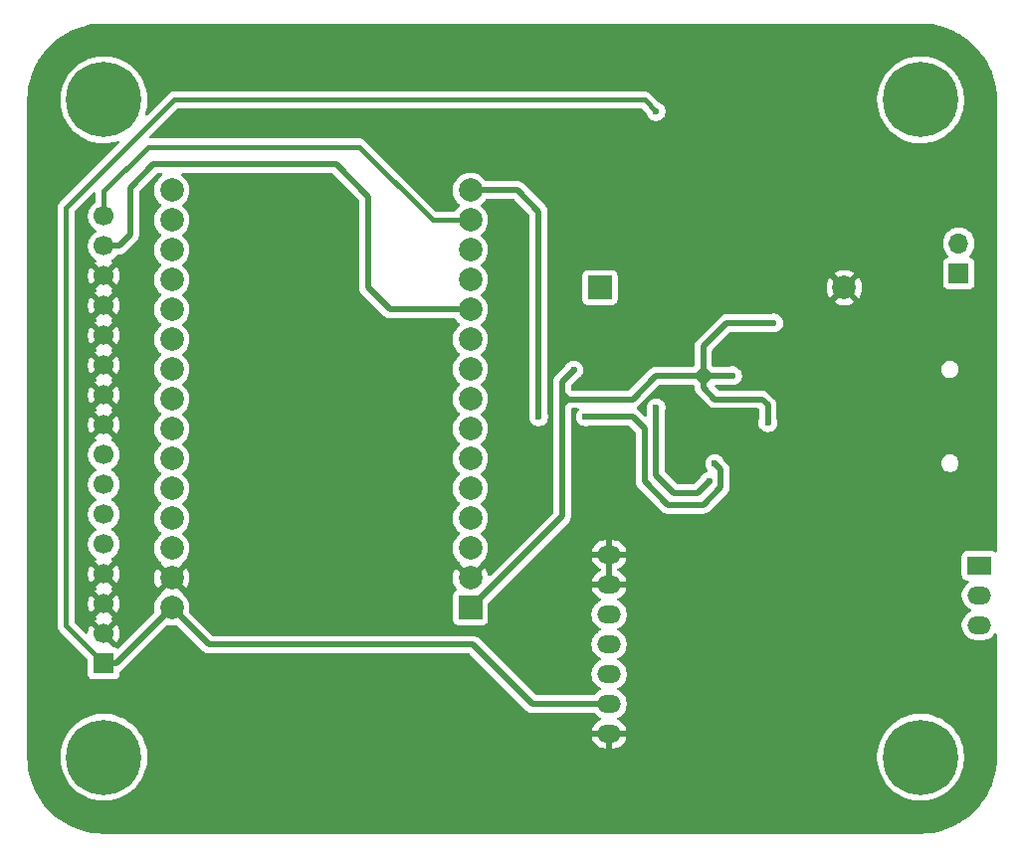
<source format=gbr>
%TF.GenerationSoftware,KiCad,Pcbnew,9.0.2*%
%TF.CreationDate,2025-06-04T20:10:01+07:00*%
%TF.ProjectId,Telemetry V.3 BM13 EVO Hy,54656c65-6d65-4747-9279-20562e332042,rev?*%
%TF.SameCoordinates,Original*%
%TF.FileFunction,Copper,L2,Bot*%
%TF.FilePolarity,Positive*%
%FSLAX46Y46*%
G04 Gerber Fmt 4.6, Leading zero omitted, Abs format (unit mm)*
G04 Created by KiCad (PCBNEW 9.0.2) date 2025-06-04 20:10:01*
%MOMM*%
%LPD*%
G01*
G04 APERTURE LIST*
%TA.AperFunction,ComponentPad*%
%ADD10C,0.800000*%
%TD*%
%TA.AperFunction,ComponentPad*%
%ADD11C,6.400000*%
%TD*%
%TA.AperFunction,ComponentPad*%
%ADD12R,2.000000X2.000000*%
%TD*%
%TA.AperFunction,ComponentPad*%
%ADD13C,2.000000*%
%TD*%
%TA.AperFunction,ComponentPad*%
%ADD14O,2.000000X1.500000*%
%TD*%
%TA.AperFunction,ComponentPad*%
%ADD15R,2.000000X1.500000*%
%TD*%
%TA.AperFunction,ComponentPad*%
%ADD16R,1.700000X1.700000*%
%TD*%
%TA.AperFunction,ComponentPad*%
%ADD17O,1.700000X1.700000*%
%TD*%
%TA.AperFunction,ComponentPad*%
%ADD18C,1.700000*%
%TD*%
%TA.AperFunction,ViaPad*%
%ADD19C,0.600000*%
%TD*%
%TA.AperFunction,ViaPad*%
%ADD20C,0.500000*%
%TD*%
%TA.AperFunction,Conductor*%
%ADD21C,0.500000*%
%TD*%
%TA.AperFunction,Conductor*%
%ADD22C,0.400000*%
%TD*%
G04 APERTURE END LIST*
D10*
%TO.P,REF\u002A\u002A,1*%
%TO.N,N/C*%
X54600000Y-52000000D03*
X55302944Y-50302944D03*
X55302944Y-53697056D03*
X57000000Y-49600000D03*
D11*
X57000000Y-52000000D03*
D10*
X57000000Y-54400000D03*
X58697056Y-50302944D03*
X58697056Y-53697056D03*
X59400000Y-52000000D03*
%TD*%
%TO.P,REF\u002A\u002A,1*%
%TO.N,N/C*%
X124100000Y-108000000D03*
X124802944Y-106302944D03*
X124802944Y-109697056D03*
X126500000Y-105600000D03*
D11*
X126500000Y-108000000D03*
D10*
X126500000Y-110400000D03*
X128197056Y-106302944D03*
X128197056Y-109697056D03*
X128900000Y-108000000D03*
%TD*%
%TO.P,REF\u002A\u002A,1*%
%TO.N,N/C*%
X124100000Y-52000000D03*
X124802944Y-50302944D03*
X124802944Y-53697056D03*
X126500000Y-49600000D03*
D11*
X126500000Y-52000000D03*
D10*
X126500000Y-54400000D03*
X128197056Y-50302944D03*
X128197056Y-53697056D03*
X128900000Y-52000000D03*
%TD*%
D12*
%TO.P,U1,1,3V3*%
%TO.N,+3.3V*%
X88200000Y-95265000D03*
D13*
%TO.P,U1,2,GND*%
%TO.N,GND*%
X88200000Y-92725000D03*
%TO.P,U1,3,D15*%
%TO.N,/CS2*%
X88200000Y-90185000D03*
%TO.P,U1,4,D2*%
%TO.N,/LED1*%
X88200000Y-87645000D03*
%TO.P,U1,5,D4*%
%TO.N,/LED2*%
X88200000Y-85105000D03*
%TO.P,U1,6,RX2*%
%TO.N,/TX*%
X88200000Y-82565000D03*
%TO.P,U1,7,TX2*%
%TO.N,/RX*%
X88200000Y-80025000D03*
%TO.P,U1,8,D5*%
%TO.N,/CS*%
X88200000Y-77485000D03*
%TO.P,U1,9,D18*%
%TO.N,/SCK*%
X88200000Y-74945000D03*
%TO.P,U1,10,D19*%
%TO.N,/MISO*%
X88200000Y-72405000D03*
%TO.P,U1,11,D21*%
%TO.N,/SDA*%
X88200000Y-69865000D03*
%TO.P,U1,12,RX0*%
%TO.N,unconnected-(U1-RX0-Pad12)*%
X88200000Y-67325000D03*
%TO.P,U1,13,TX0*%
%TO.N,unconnected-(U1-TX0-Pad13)*%
X88200000Y-64785000D03*
%TO.P,U1,14,D22*%
%TO.N,/SCL*%
X88200000Y-62245000D03*
%TO.P,U1,15,D23*%
%TO.N,/MOSI*%
X88200000Y-59705000D03*
%TO.P,U1,16,EN*%
%TO.N,unconnected-(U1-EN-Pad16)*%
X62800000Y-59705000D03*
%TO.P,U1,17,VP*%
%TO.N,unconnected-(U1-VP-Pad17)*%
X62800000Y-62245000D03*
%TO.P,U1,18,VN*%
%TO.N,unconnected-(U1-VN-Pad18)*%
X62800000Y-64785000D03*
%TO.P,U1,19,D34*%
%TO.N,unconnected-(U1-D34-Pad19)*%
X62800000Y-67325000D03*
%TO.P,U1,20,D35*%
%TO.N,unconnected-(U1-D35-Pad20)*%
X62800000Y-69865000D03*
%TO.P,U1,21,D32*%
%TO.N,unconnected-(U1-D32-Pad21)*%
X62800000Y-72405000D03*
%TO.P,U1,22,D33*%
%TO.N,unconnected-(U1-D33-Pad22)*%
X62800000Y-74945000D03*
%TO.P,U1,23,D25*%
%TO.N,unconnected-(U1-D25-Pad23)*%
X62800000Y-77485000D03*
%TO.P,U1,24,D26*%
%TO.N,unconnected-(U1-D26-Pad24)*%
X62800000Y-80025000D03*
%TO.P,U1,25,D27*%
%TO.N,unconnected-(U1-D27-Pad25)*%
X62800000Y-82565000D03*
%TO.P,U1,26,D14*%
%TO.N,/SCK2*%
X62800000Y-85105000D03*
%TO.P,U1,27,D12*%
%TO.N,/MISO2*%
X62800000Y-87645000D03*
%TO.P,U1,28,D13*%
%TO.N,/MOSI2*%
X62800000Y-90185000D03*
%TO.P,U1,29,GND*%
%TO.N,GND*%
X62800000Y-92725000D03*
%TO.P,U1,30,VIN*%
%TO.N,+5V*%
X62800000Y-95265000D03*
%TD*%
D10*
%TO.P,REF\u002A\u002A,1*%
%TO.N,N/C*%
X54600000Y-108000000D03*
X55302944Y-106302944D03*
X55302944Y-109697056D03*
X57000000Y-105600000D03*
D11*
X57000000Y-108000000D03*
D10*
X57000000Y-110400000D03*
X58697056Y-106302944D03*
X58697056Y-109697056D03*
X59400000Y-108000000D03*
%TD*%
D14*
%TO.P,LoraE220-900T22D1,1,M0*%
%TO.N,GND*%
X100000000Y-90750000D03*
%TO.P,LoraE220-900T22D1,2,M1*%
X100000000Y-93290000D03*
%TO.P,LoraE220-900T22D1,3,RX*%
%TO.N,/RX*%
X100000000Y-95830000D03*
%TO.P,LoraE220-900T22D1,4,TX*%
%TO.N,/TX*%
X100000000Y-98370000D03*
%TO.P,LoraE220-900T22D1,5,AUX*%
%TO.N,unconnected-(LoraE220-900T22D1-AUX-Pad5)*%
X100000000Y-100910000D03*
%TO.P,LoraE220-900T22D1,6,VCC*%
%TO.N,+5V*%
X100000000Y-103450000D03*
%TO.P,LoraE220-900T22D1,7,GND*%
%TO.N,GND*%
X100000000Y-105990000D03*
%TO.P,LoraE220-900T22D1,8*%
%TO.N,N/C*%
X131500000Y-96750000D03*
%TO.P,LoraE220-900T22D1,9*%
X131500000Y-94210000D03*
D15*
%TO.P,LoraE220-900T22D1,10*%
X131500000Y-91670000D03*
%TD*%
D16*
%TO.P,J2,1,Pin_1*%
%TO.N,/32KHz*%
X129750000Y-66775000D03*
D17*
%TO.P,J2,2,Pin_2*%
%TO.N,/SQW*%
X129750000Y-64235000D03*
%TD*%
D16*
%TO.P,J4,1,Pin_1*%
%TO.N,+5V*%
X57000000Y-100000000D03*
D18*
%TO.P,J4,2,Pin_2*%
%TO.N,GND*%
X57000000Y-97460000D03*
%TO.P,J4,3,Pin_3*%
X57000000Y-94920000D03*
%TO.P,J4,4,Pin_4*%
X57000000Y-92380000D03*
%TO.P,J4,5,Pin_5*%
%TO.N,/CS2*%
X57000000Y-89840000D03*
%TO.P,J4,6,Pin_6*%
%TO.N,/MOSI2*%
X57000000Y-87300000D03*
%TO.P,J4,7,Pin_7*%
%TO.N,/MISO2*%
X57000000Y-84760000D03*
%TO.P,J4,8,Pin_8*%
%TO.N,/SCK2*%
X57000000Y-82220000D03*
%TO.P,J4,9,Pin_9*%
%TO.N,GND*%
X57000000Y-79680000D03*
%TO.P,J4,10,Pin_10*%
X57000000Y-77140000D03*
%TO.P,J4,11,Pin_11*%
X57000000Y-74600000D03*
%TO.P,J4,12,Pin_12*%
X57000000Y-72060000D03*
%TO.P,J4,13,Pin_13*%
X57000000Y-69520000D03*
%TO.P,J4,14,Pin_14*%
X57000000Y-66980000D03*
%TO.P,J4,15,Pin_15*%
%TO.N,/SDA*%
X57000000Y-64440000D03*
%TO.P,J4,16,Pin_16*%
%TO.N,/SCL*%
X57000000Y-61900000D03*
%TD*%
D12*
%TO.P,BT1,1,+*%
%TO.N,Net-(BT1-+)*%
X99210914Y-68000000D03*
D13*
%TO.P,BT1,2,-*%
%TO.N,GND*%
X120010914Y-68000000D03*
%TD*%
D19*
%TO.N,GND*%
X92250000Y-64000000D03*
X92250000Y-61500000D03*
X91250000Y-64000000D03*
X91250000Y-61500000D03*
X90250000Y-61500000D03*
X90250000Y-64000000D03*
X115800000Y-53000000D03*
X113400000Y-55400000D03*
X116600000Y-55400000D03*
D20*
X115250000Y-81250000D03*
X113750000Y-81250000D03*
X105500000Y-81750000D03*
X114500000Y-80500000D03*
D19*
X113400000Y-54600000D03*
D20*
X105500000Y-82500000D03*
D19*
X118200000Y-54600000D03*
D20*
X113000000Y-81250000D03*
D19*
X112600000Y-55400000D03*
X101000000Y-61545000D03*
X112600000Y-53800000D03*
D20*
X116000000Y-81250000D03*
X113750000Y-80500000D03*
D19*
X112500000Y-76000000D03*
D20*
X115250000Y-80500000D03*
X105500000Y-81000000D03*
D19*
X114200000Y-53000000D03*
X118200000Y-53000000D03*
D20*
X96000000Y-74000000D03*
X92750000Y-74750000D03*
D19*
X99000000Y-82000000D03*
X116600000Y-53800000D03*
D20*
X96000000Y-73250000D03*
D19*
X117400000Y-55400000D03*
D20*
X92000000Y-74000000D03*
D19*
X114200000Y-54600000D03*
X112600000Y-53000000D03*
X112600000Y-54600000D03*
X117400000Y-54600000D03*
X114200000Y-53800000D03*
X114200000Y-55400000D03*
D20*
X91250000Y-73250000D03*
X95250000Y-74750000D03*
D19*
X115000000Y-53000000D03*
D20*
X92750000Y-73250000D03*
D19*
X117400000Y-53800000D03*
X104000000Y-61500000D03*
X113400000Y-53000000D03*
X98000000Y-61500000D03*
X115000000Y-54600000D03*
D20*
X95250000Y-73250000D03*
D19*
X117400000Y-53000000D03*
X115800000Y-53800000D03*
D20*
X92000000Y-73250000D03*
D19*
X113400000Y-53800000D03*
X118200000Y-53800000D03*
X116600000Y-54600000D03*
D20*
X119250000Y-79750000D03*
D19*
X115800000Y-54600000D03*
D20*
X92750000Y-74000000D03*
D19*
X115800000Y-55400000D03*
X116600000Y-53000000D03*
D20*
X113000000Y-80500000D03*
D19*
X115000000Y-55400000D03*
X99000000Y-80000000D03*
D20*
X114500000Y-81250000D03*
D19*
X118200000Y-55400000D03*
D20*
X95250000Y-74000000D03*
D19*
X115000000Y-53800000D03*
%TO.N,+3.3V*%
X97000000Y-75000000D03*
X114000000Y-71000000D03*
X113500000Y-79500000D03*
X110500000Y-75500000D03*
%TO.N,/CS_LLS*%
X104000000Y-78250000D03*
X108500000Y-84500000D03*
%TO.N,+5V*%
X104000000Y-53000000D03*
%TO.N,/MOSI*%
X94000000Y-79000000D03*
%TO.N,/MISO*%
X109000000Y-83000000D03*
X98000000Y-79000000D03*
%TD*%
D21*
%TO.N,+3.3V*%
X96000000Y-77000000D02*
X96000000Y-76000000D01*
X96500000Y-77500000D02*
X96000000Y-77500000D01*
X113500000Y-78000000D02*
X113500000Y-79500000D01*
X96000000Y-77000000D02*
X96500000Y-77500000D01*
X110000000Y-71000000D02*
X114000000Y-71000000D01*
X107500000Y-75500000D02*
X104000000Y-75500000D01*
X108000000Y-75500000D02*
X108000000Y-76000000D01*
X108000000Y-75500000D02*
X107500000Y-75500000D01*
X113000000Y-77500000D02*
X113500000Y-78000000D01*
X108000000Y-75000000D02*
X107500000Y-75500000D01*
X104000000Y-75500000D02*
X102000000Y-77500000D01*
X108500000Y-75500000D02*
X108000000Y-76000000D01*
X108500000Y-75500000D02*
X108000000Y-75500000D01*
X109000000Y-77500000D02*
X113000000Y-77500000D01*
X108000000Y-75500000D02*
X108000000Y-75000000D01*
X107500000Y-75500000D02*
X108000000Y-76000000D01*
X102000000Y-77500000D02*
X96500000Y-77500000D01*
X108000000Y-76500000D02*
X109000000Y-77500000D01*
X96000000Y-77500000D02*
X96000000Y-77000000D01*
X108000000Y-76000000D02*
X108000000Y-76500000D01*
X96000000Y-76000000D02*
X97000000Y-75000000D01*
X108000000Y-75000000D02*
X108500000Y-75500000D01*
X96000000Y-87465000D02*
X96000000Y-78000000D01*
X108000000Y-75000000D02*
X108000000Y-73000000D01*
X108000000Y-73000000D02*
X110000000Y-71000000D01*
X96000000Y-78000000D02*
X96500000Y-77500000D01*
X96000000Y-78000000D02*
X96000000Y-77500000D01*
X110500000Y-75500000D02*
X108500000Y-75500000D01*
X88200000Y-95265000D02*
X96000000Y-87465000D01*
%TO.N,/CS_LLS*%
X107500000Y-85500000D02*
X108500000Y-84500000D01*
X104000000Y-78250000D02*
X104000000Y-84000000D01*
X105500000Y-85500000D02*
X107500000Y-85500000D01*
X104000000Y-84000000D02*
X105500000Y-85500000D01*
D22*
%TO.N,+5V*%
X53800000Y-96800000D02*
X57000000Y-100000000D01*
D21*
X93450000Y-103450000D02*
X100000000Y-103450000D01*
X62800000Y-95265000D02*
X65935000Y-98400000D01*
D22*
X53800000Y-61200000D02*
X53800000Y-96800000D01*
D21*
X62800000Y-95265000D02*
X58065000Y-100000000D01*
X58065000Y-100000000D02*
X57000000Y-100000000D01*
D22*
X63000000Y-52000000D02*
X53800000Y-61200000D01*
X104000000Y-53000000D02*
X103000000Y-52000000D01*
X103000000Y-52000000D02*
X63000000Y-52000000D01*
D21*
X88400000Y-98400000D02*
X93450000Y-103450000D01*
X65935000Y-98400000D02*
X88400000Y-98400000D01*
%TO.N,/MOSI*%
X94000000Y-79000000D02*
X94000000Y-61500000D01*
X94000000Y-61500000D02*
X92205000Y-59705000D01*
X92205000Y-59705000D02*
X88200000Y-59705000D01*
%TO.N,/SDA*%
X59250000Y-59500000D02*
X61250000Y-57500000D01*
X61250000Y-57500000D02*
X76750000Y-57500000D01*
X79500000Y-68000000D02*
X81365000Y-69865000D01*
X58310000Y-64440000D02*
X59250000Y-63500000D01*
X81365000Y-69865000D02*
X88200000Y-69865000D01*
X76750000Y-57500000D02*
X79500000Y-60250000D01*
X57000000Y-64440000D02*
X58310000Y-64440000D01*
X59250000Y-63500000D02*
X59250000Y-59500000D01*
X79500000Y-60250000D02*
X79500000Y-68000000D01*
D22*
%TO.N,/SCL*%
X57000000Y-59750000D02*
X57000000Y-61900000D01*
X60750000Y-56000000D02*
X57000000Y-59750000D01*
X84995000Y-62245000D02*
X78750000Y-56000000D01*
X78750000Y-56000000D02*
X60750000Y-56000000D01*
X88200000Y-62245000D02*
X84995000Y-62245000D01*
D21*
%TO.N,/MISO*%
X109500000Y-83500000D02*
X109000000Y-83000000D01*
X108000000Y-86500000D02*
X109500000Y-85000000D01*
X98000000Y-79000000D02*
X102000000Y-79000000D01*
X102000000Y-79000000D02*
X103000000Y-80000000D01*
X103000000Y-84500000D02*
X105000000Y-86500000D01*
X105000000Y-86500000D02*
X108000000Y-86500000D01*
X103000000Y-80000000D02*
X103000000Y-84500000D01*
X109500000Y-85000000D02*
X109500000Y-83500000D01*
%TD*%
%TA.AperFunction,Conductor*%
%TO.N,GND*%
G36*
X61934551Y-58270185D02*
G01*
X61980306Y-58322989D01*
X61990250Y-58392147D01*
X61961225Y-58455703D01*
X61940400Y-58474815D01*
X61822490Y-58560483D01*
X61822488Y-58560485D01*
X61822487Y-58560485D01*
X61655485Y-58727487D01*
X61655485Y-58727488D01*
X61655483Y-58727490D01*
X61595862Y-58809550D01*
X61516657Y-58918566D01*
X61409433Y-59129003D01*
X61336446Y-59353631D01*
X61299500Y-59586902D01*
X61299500Y-59823097D01*
X61336446Y-60056368D01*
X61409433Y-60280996D01*
X61498348Y-60455500D01*
X61516657Y-60491433D01*
X61655483Y-60682510D01*
X61822490Y-60849517D01*
X61857127Y-60874683D01*
X61899792Y-60930013D01*
X61905771Y-60999626D01*
X61873165Y-61061421D01*
X61857130Y-61075315D01*
X61831966Y-61093598D01*
X61822487Y-61100485D01*
X61655485Y-61267487D01*
X61655485Y-61267488D01*
X61655483Y-61267490D01*
X61645601Y-61281092D01*
X61516657Y-61458566D01*
X61409433Y-61669003D01*
X61336446Y-61893631D01*
X61299500Y-62126902D01*
X61299500Y-62363097D01*
X61336446Y-62596368D01*
X61409433Y-62820996D01*
X61472872Y-62945500D01*
X61516657Y-63031433D01*
X61655483Y-63222510D01*
X61822490Y-63389517D01*
X61857127Y-63414683D01*
X61899792Y-63470013D01*
X61905771Y-63539626D01*
X61873165Y-63601421D01*
X61857130Y-63615315D01*
X61839365Y-63628222D01*
X61822488Y-63640484D01*
X61655485Y-63807487D01*
X61655485Y-63807488D01*
X61655483Y-63807490D01*
X61620605Y-63855495D01*
X61516657Y-63998566D01*
X61409433Y-64209003D01*
X61336446Y-64433631D01*
X61299500Y-64666902D01*
X61299500Y-64903097D01*
X61336446Y-65136368D01*
X61409433Y-65360996D01*
X61470683Y-65481204D01*
X61516657Y-65571433D01*
X61655483Y-65762510D01*
X61822490Y-65929517D01*
X61857127Y-65954683D01*
X61899792Y-66010013D01*
X61905771Y-66079626D01*
X61873165Y-66141421D01*
X61857130Y-66155315D01*
X61839365Y-66168222D01*
X61822488Y-66180484D01*
X61655485Y-66347487D01*
X61655485Y-66347488D01*
X61655483Y-66347490D01*
X61595862Y-66429550D01*
X61516657Y-66538566D01*
X61409433Y-66749003D01*
X61336446Y-66973631D01*
X61299500Y-67206902D01*
X61299500Y-67443097D01*
X61336446Y-67676368D01*
X61409433Y-67900996D01*
X61516657Y-68111433D01*
X61655483Y-68302510D01*
X61822490Y-68469517D01*
X61857127Y-68494683D01*
X61899792Y-68550013D01*
X61905771Y-68619626D01*
X61873165Y-68681421D01*
X61857130Y-68695315D01*
X61839365Y-68708222D01*
X61822488Y-68720484D01*
X61655485Y-68887487D01*
X61655485Y-68887488D01*
X61655483Y-68887490D01*
X61595862Y-68969550D01*
X61516657Y-69078566D01*
X61409433Y-69289003D01*
X61336446Y-69513631D01*
X61299500Y-69746902D01*
X61299500Y-69983097D01*
X61336446Y-70216368D01*
X61409433Y-70440996D01*
X61516657Y-70651433D01*
X61655483Y-70842510D01*
X61822490Y-71009517D01*
X61857127Y-71034683D01*
X61899792Y-71090013D01*
X61905771Y-71159626D01*
X61873165Y-71221421D01*
X61857130Y-71235315D01*
X61839365Y-71248222D01*
X61822488Y-71260484D01*
X61655485Y-71427487D01*
X61655485Y-71427488D01*
X61655483Y-71427490D01*
X61595862Y-71509550D01*
X61516657Y-71618566D01*
X61409433Y-71829003D01*
X61336446Y-72053631D01*
X61299500Y-72286902D01*
X61299500Y-72523097D01*
X61336446Y-72756368D01*
X61409433Y-72980996D01*
X61516657Y-73191433D01*
X61655483Y-73382510D01*
X61822490Y-73549517D01*
X61857127Y-73574683D01*
X61899792Y-73630013D01*
X61905771Y-73699626D01*
X61873165Y-73761421D01*
X61857130Y-73775315D01*
X61839365Y-73788222D01*
X61822488Y-73800484D01*
X61655485Y-73967487D01*
X61655485Y-73967488D01*
X61655483Y-73967490D01*
X61595862Y-74049550D01*
X61516657Y-74158566D01*
X61409433Y-74369003D01*
X61336446Y-74593631D01*
X61299500Y-74826902D01*
X61299500Y-75063097D01*
X61336446Y-75296368D01*
X61409433Y-75520996D01*
X61510419Y-75719191D01*
X61516657Y-75731433D01*
X61655483Y-75922510D01*
X61822490Y-76089517D01*
X61857127Y-76114683D01*
X61899792Y-76170013D01*
X61905771Y-76239626D01*
X61873165Y-76301421D01*
X61857130Y-76315315D01*
X61846568Y-76322989D01*
X61822488Y-76340484D01*
X61655485Y-76507487D01*
X61655485Y-76507488D01*
X61655483Y-76507490D01*
X61607220Y-76573918D01*
X61516657Y-76698566D01*
X61409433Y-76909003D01*
X61336446Y-77133631D01*
X61299500Y-77366902D01*
X61299500Y-77603097D01*
X61336446Y-77836368D01*
X61409433Y-78060996D01*
X61511701Y-78261706D01*
X61516657Y-78271433D01*
X61655483Y-78462510D01*
X61822490Y-78629517D01*
X61857127Y-78654683D01*
X61899792Y-78710013D01*
X61905771Y-78779626D01*
X61873165Y-78841421D01*
X61857130Y-78855315D01*
X61839365Y-78868222D01*
X61822488Y-78880484D01*
X61655485Y-79047487D01*
X61655485Y-79047488D01*
X61655483Y-79047490D01*
X61595862Y-79129550D01*
X61516657Y-79238566D01*
X61409433Y-79449003D01*
X61336446Y-79673631D01*
X61299500Y-79906902D01*
X61299500Y-80143097D01*
X61336446Y-80376368D01*
X61409433Y-80600996D01*
X61516657Y-80811433D01*
X61655483Y-81002510D01*
X61822490Y-81169517D01*
X61857127Y-81194683D01*
X61899792Y-81250013D01*
X61905771Y-81319626D01*
X61873165Y-81381421D01*
X61857130Y-81395315D01*
X61839365Y-81408222D01*
X61822488Y-81420484D01*
X61655485Y-81587487D01*
X61655485Y-81587488D01*
X61655483Y-81587490D01*
X61595862Y-81669550D01*
X61516657Y-81778566D01*
X61409433Y-81989003D01*
X61336446Y-82213631D01*
X61299500Y-82446902D01*
X61299500Y-82683097D01*
X61336446Y-82916368D01*
X61409433Y-83140996D01*
X61480811Y-83281082D01*
X61516657Y-83351433D01*
X61655483Y-83542510D01*
X61822490Y-83709517D01*
X61857127Y-83734683D01*
X61899792Y-83790013D01*
X61905771Y-83859626D01*
X61873165Y-83921421D01*
X61857130Y-83935315D01*
X61839365Y-83948222D01*
X61822488Y-83960484D01*
X61655485Y-84127487D01*
X61655485Y-84127488D01*
X61655483Y-84127490D01*
X61643139Y-84144480D01*
X61516657Y-84318566D01*
X61409433Y-84529003D01*
X61336446Y-84753631D01*
X61299500Y-84986902D01*
X61299500Y-85223097D01*
X61336446Y-85456368D01*
X61409433Y-85680996D01*
X61516657Y-85891433D01*
X61655483Y-86082510D01*
X61822490Y-86249517D01*
X61857127Y-86274683D01*
X61899792Y-86330013D01*
X61905771Y-86399626D01*
X61873165Y-86461421D01*
X61857130Y-86475315D01*
X61839365Y-86488222D01*
X61822488Y-86500484D01*
X61655485Y-86667487D01*
X61655485Y-86667488D01*
X61655483Y-86667490D01*
X61595862Y-86749550D01*
X61516657Y-86858566D01*
X61409433Y-87069003D01*
X61336446Y-87293631D01*
X61299500Y-87526902D01*
X61299500Y-87763097D01*
X61336446Y-87996368D01*
X61409433Y-88220996D01*
X61516657Y-88431433D01*
X61655483Y-88622510D01*
X61822490Y-88789517D01*
X61857127Y-88814683D01*
X61899792Y-88870013D01*
X61905771Y-88939626D01*
X61873165Y-89001421D01*
X61857130Y-89015315D01*
X61839365Y-89028222D01*
X61822488Y-89040484D01*
X61655485Y-89207487D01*
X61655485Y-89207488D01*
X61655483Y-89207490D01*
X61595862Y-89289550D01*
X61516657Y-89398566D01*
X61409433Y-89609003D01*
X61336446Y-89833631D01*
X61299500Y-90066902D01*
X61299500Y-90303097D01*
X61336446Y-90536368D01*
X61409433Y-90760996D01*
X61492333Y-90923694D01*
X61516657Y-90971433D01*
X61655483Y-91162510D01*
X61822490Y-91329517D01*
X61881716Y-91372547D01*
X61924381Y-91427875D01*
X61932448Y-91482593D01*
X61930893Y-91502340D01*
X62662425Y-92233871D01*
X62603147Y-92249755D01*
X62486853Y-92316898D01*
X62391898Y-92411853D01*
X62324755Y-92528147D01*
X62308871Y-92587425D01*
X61577340Y-91855894D01*
X61517084Y-91938830D01*
X61409897Y-92149197D01*
X61336934Y-92373752D01*
X61300000Y-92606947D01*
X61300000Y-92843052D01*
X61336934Y-93076247D01*
X61409897Y-93300802D01*
X61517087Y-93511174D01*
X61577338Y-93594104D01*
X61577340Y-93594105D01*
X62308871Y-92862574D01*
X62324755Y-92921853D01*
X62391898Y-93038147D01*
X62486853Y-93133102D01*
X62603147Y-93200245D01*
X62662425Y-93216128D01*
X61930893Y-93947658D01*
X61932448Y-93967405D01*
X61918084Y-94035783D01*
X61881717Y-94077451D01*
X61822490Y-94120482D01*
X61655485Y-94287487D01*
X61655485Y-94287488D01*
X61655483Y-94287490D01*
X61640279Y-94308417D01*
X61516657Y-94478566D01*
X61409433Y-94689003D01*
X61336446Y-94913631D01*
X61299500Y-95146902D01*
X61299500Y-95383097D01*
X61333511Y-95597833D01*
X61324556Y-95667126D01*
X61298719Y-95704912D01*
X58285599Y-98718031D01*
X58224276Y-98751516D01*
X58154584Y-98746532D01*
X58123607Y-98729617D01*
X58092331Y-98706204D01*
X58092328Y-98706202D01*
X57957482Y-98655908D01*
X57957483Y-98655908D01*
X57897883Y-98649501D01*
X57897881Y-98649500D01*
X57897873Y-98649500D01*
X57897865Y-98649500D01*
X57887309Y-98649500D01*
X57820270Y-98629815D01*
X57799628Y-98613181D01*
X57129408Y-97942962D01*
X57192993Y-97925925D01*
X57307007Y-97860099D01*
X57400099Y-97767007D01*
X57465925Y-97652993D01*
X57482962Y-97589409D01*
X58115270Y-98221717D01*
X58115270Y-98221716D01*
X58154622Y-98167554D01*
X58251095Y-97978217D01*
X58316757Y-97776130D01*
X58316757Y-97776127D01*
X58350000Y-97566246D01*
X58350000Y-97353753D01*
X58316757Y-97143872D01*
X58316757Y-97143869D01*
X58251095Y-96941782D01*
X58154624Y-96752449D01*
X58115270Y-96698282D01*
X58115269Y-96698282D01*
X57482962Y-97330590D01*
X57465925Y-97267007D01*
X57400099Y-97152993D01*
X57307007Y-97059901D01*
X57192993Y-96994075D01*
X57129409Y-96977037D01*
X57761716Y-96344728D01*
X57707550Y-96305375D01*
X57697954Y-96300486D01*
X57647157Y-96252512D01*
X57630361Y-96184692D01*
X57652897Y-96118556D01*
X57697954Y-96079514D01*
X57707554Y-96074622D01*
X57761716Y-96035270D01*
X57761717Y-96035270D01*
X57129408Y-95402962D01*
X57192993Y-95385925D01*
X57307007Y-95320099D01*
X57400099Y-95227007D01*
X57465925Y-95112993D01*
X57482962Y-95049409D01*
X58115270Y-95681717D01*
X58115270Y-95681716D01*
X58154622Y-95627554D01*
X58251095Y-95438217D01*
X58316757Y-95236130D01*
X58316757Y-95236127D01*
X58350000Y-95026246D01*
X58350000Y-94813753D01*
X58316757Y-94603872D01*
X58316757Y-94603869D01*
X58251095Y-94401782D01*
X58154624Y-94212449D01*
X58115270Y-94158282D01*
X58115269Y-94158282D01*
X57482962Y-94790590D01*
X57465925Y-94727007D01*
X57400099Y-94612993D01*
X57307007Y-94519901D01*
X57192993Y-94454075D01*
X57129409Y-94437037D01*
X57761716Y-93804728D01*
X57707550Y-93765375D01*
X57697954Y-93760486D01*
X57647157Y-93712512D01*
X57630361Y-93644692D01*
X57652897Y-93578556D01*
X57697954Y-93539514D01*
X57707554Y-93534622D01*
X57761716Y-93495270D01*
X57761717Y-93495270D01*
X57129408Y-92862962D01*
X57192993Y-92845925D01*
X57307007Y-92780099D01*
X57400099Y-92687007D01*
X57465925Y-92572993D01*
X57482962Y-92509409D01*
X58115270Y-93141717D01*
X58115270Y-93141716D01*
X58154622Y-93087554D01*
X58251095Y-92898217D01*
X58316757Y-92696130D01*
X58316757Y-92696127D01*
X58334727Y-92582677D01*
X58350000Y-92486246D01*
X58350000Y-92273753D01*
X58316757Y-92063872D01*
X58316757Y-92063869D01*
X58251095Y-91861782D01*
X58154624Y-91672449D01*
X58115270Y-91618282D01*
X58115269Y-91618282D01*
X57482962Y-92250590D01*
X57465925Y-92187007D01*
X57400099Y-92072993D01*
X57307007Y-91979901D01*
X57192993Y-91914075D01*
X57129409Y-91897037D01*
X57761716Y-91264728D01*
X57707547Y-91225373D01*
X57707547Y-91225372D01*
X57698500Y-91220763D01*
X57647706Y-91172788D01*
X57630912Y-91104966D01*
X57653451Y-91038832D01*
X57698508Y-90999793D01*
X57707816Y-90995051D01*
X57806031Y-90923694D01*
X57879786Y-90870109D01*
X57879788Y-90870106D01*
X57879792Y-90870104D01*
X58030104Y-90719792D01*
X58030106Y-90719788D01*
X58030109Y-90719786D01*
X58155048Y-90547820D01*
X58155047Y-90547820D01*
X58155051Y-90547816D01*
X58251557Y-90358412D01*
X58317246Y-90156243D01*
X58350500Y-89946287D01*
X58350500Y-89733713D01*
X58317246Y-89523757D01*
X58251557Y-89321588D01*
X58155051Y-89132184D01*
X58155049Y-89132181D01*
X58155048Y-89132179D01*
X58030109Y-88960213D01*
X57879786Y-88809890D01*
X57707820Y-88684951D01*
X57707115Y-88684591D01*
X57699054Y-88680485D01*
X57648259Y-88632512D01*
X57631463Y-88564692D01*
X57653999Y-88498556D01*
X57699054Y-88459515D01*
X57707816Y-88455051D01*
X57740324Y-88431433D01*
X57879786Y-88330109D01*
X57879788Y-88330106D01*
X57879792Y-88330104D01*
X58030104Y-88179792D01*
X58030106Y-88179788D01*
X58030109Y-88179786D01*
X58155048Y-88007820D01*
X58155047Y-88007820D01*
X58155051Y-88007816D01*
X58251557Y-87818412D01*
X58317246Y-87616243D01*
X58350500Y-87406287D01*
X58350500Y-87193713D01*
X58317246Y-86983757D01*
X58251557Y-86781588D01*
X58155051Y-86592184D01*
X58155049Y-86592181D01*
X58155048Y-86592179D01*
X58030109Y-86420213D01*
X57879786Y-86269890D01*
X57707820Y-86144951D01*
X57707115Y-86144591D01*
X57699054Y-86140485D01*
X57648259Y-86092512D01*
X57631463Y-86024692D01*
X57653999Y-85958556D01*
X57699054Y-85919515D01*
X57707816Y-85915051D01*
X57740324Y-85891433D01*
X57879786Y-85790109D01*
X57879788Y-85790106D01*
X57879792Y-85790104D01*
X58030104Y-85639792D01*
X58030106Y-85639788D01*
X58030109Y-85639786D01*
X58139086Y-85489789D01*
X58155051Y-85467816D01*
X58251557Y-85278412D01*
X58317246Y-85076243D01*
X58350500Y-84866287D01*
X58350500Y-84653713D01*
X58317246Y-84443757D01*
X58251557Y-84241588D01*
X58155051Y-84052184D01*
X58155049Y-84052181D01*
X58155048Y-84052179D01*
X58030109Y-83880213D01*
X57879786Y-83729890D01*
X57707820Y-83604951D01*
X57707115Y-83604591D01*
X57699054Y-83600485D01*
X57648259Y-83552512D01*
X57631463Y-83484692D01*
X57653999Y-83418556D01*
X57699054Y-83379515D01*
X57707816Y-83375051D01*
X57803544Y-83305501D01*
X57879786Y-83250109D01*
X57879788Y-83250106D01*
X57879792Y-83250104D01*
X58030104Y-83099792D01*
X58030106Y-83099788D01*
X58030109Y-83099786D01*
X58155048Y-82927820D01*
X58155047Y-82927820D01*
X58155051Y-82927816D01*
X58251557Y-82738412D01*
X58317246Y-82536243D01*
X58350500Y-82326287D01*
X58350500Y-82113713D01*
X58317246Y-81903757D01*
X58251557Y-81701588D01*
X58155051Y-81512184D01*
X58155049Y-81512181D01*
X58155048Y-81512179D01*
X58030109Y-81340213D01*
X57879786Y-81189890D01*
X57707817Y-81064949D01*
X57698504Y-81060204D01*
X57647707Y-81012230D01*
X57630912Y-80944409D01*
X57653449Y-80878274D01*
X57698507Y-80839232D01*
X57707555Y-80834622D01*
X57761716Y-80795270D01*
X57761717Y-80795270D01*
X57129408Y-80162962D01*
X57192993Y-80145925D01*
X57307007Y-80080099D01*
X57400099Y-79987007D01*
X57465925Y-79872993D01*
X57482962Y-79809409D01*
X58115270Y-80441717D01*
X58115270Y-80441716D01*
X58154622Y-80387554D01*
X58251095Y-80198217D01*
X58316757Y-79996130D01*
X58316757Y-79996127D01*
X58350000Y-79786246D01*
X58350000Y-79573753D01*
X58316757Y-79363872D01*
X58316757Y-79363869D01*
X58251095Y-79161782D01*
X58154624Y-78972449D01*
X58115270Y-78918282D01*
X58115269Y-78918282D01*
X57482962Y-79550590D01*
X57465925Y-79487007D01*
X57400099Y-79372993D01*
X57307007Y-79279901D01*
X57192993Y-79214075D01*
X57129409Y-79197037D01*
X57761716Y-78564728D01*
X57707550Y-78525375D01*
X57697954Y-78520486D01*
X57647157Y-78472512D01*
X57630361Y-78404692D01*
X57652897Y-78338556D01*
X57697954Y-78299514D01*
X57707554Y-78294622D01*
X57761716Y-78255270D01*
X57761717Y-78255270D01*
X57129408Y-77622962D01*
X57192993Y-77605925D01*
X57307007Y-77540099D01*
X57400099Y-77447007D01*
X57465925Y-77332993D01*
X57482962Y-77269409D01*
X58115270Y-77901717D01*
X58115270Y-77901716D01*
X58154622Y-77847554D01*
X58251095Y-77658217D01*
X58316757Y-77456130D01*
X58316757Y-77456127D01*
X58350000Y-77246246D01*
X58350000Y-77033753D01*
X58316757Y-76823872D01*
X58316757Y-76823869D01*
X58251095Y-76621782D01*
X58154624Y-76432449D01*
X58115270Y-76378282D01*
X58115269Y-76378282D01*
X57482962Y-77010590D01*
X57465925Y-76947007D01*
X57400099Y-76832993D01*
X57307007Y-76739901D01*
X57192993Y-76674075D01*
X57129409Y-76657037D01*
X57761716Y-76024728D01*
X57707550Y-75985375D01*
X57697954Y-75980486D01*
X57647157Y-75932512D01*
X57630361Y-75864692D01*
X57652897Y-75798556D01*
X57697954Y-75759514D01*
X57707554Y-75754622D01*
X57761716Y-75715270D01*
X57761717Y-75715270D01*
X57129408Y-75082962D01*
X57192993Y-75065925D01*
X57307007Y-75000099D01*
X57400099Y-74907007D01*
X57465925Y-74792993D01*
X57482962Y-74729409D01*
X58115270Y-75361717D01*
X58115270Y-75361716D01*
X58154622Y-75307554D01*
X58251095Y-75118217D01*
X58316757Y-74916130D01*
X58316757Y-74916127D01*
X58350000Y-74706246D01*
X58350000Y-74493753D01*
X58316757Y-74283872D01*
X58316757Y-74283869D01*
X58251095Y-74081782D01*
X58154624Y-73892449D01*
X58115270Y-73838282D01*
X58115269Y-73838282D01*
X57482962Y-74470590D01*
X57465925Y-74407007D01*
X57400099Y-74292993D01*
X57307007Y-74199901D01*
X57192993Y-74134075D01*
X57129409Y-74117037D01*
X57761716Y-73484728D01*
X57707550Y-73445375D01*
X57697954Y-73440486D01*
X57647157Y-73392512D01*
X57630361Y-73324692D01*
X57652897Y-73258556D01*
X57697954Y-73219514D01*
X57707554Y-73214622D01*
X57761716Y-73175270D01*
X57761717Y-73175270D01*
X57129408Y-72542962D01*
X57192993Y-72525925D01*
X57307007Y-72460099D01*
X57400099Y-72367007D01*
X57465925Y-72252993D01*
X57482962Y-72189409D01*
X58115270Y-72821717D01*
X58115270Y-72821716D01*
X58154622Y-72767554D01*
X58251095Y-72578217D01*
X58316757Y-72376130D01*
X58316757Y-72376127D01*
X58350000Y-72166246D01*
X58350000Y-71953753D01*
X58316757Y-71743872D01*
X58316757Y-71743869D01*
X58251095Y-71541782D01*
X58154624Y-71352449D01*
X58115270Y-71298282D01*
X58115269Y-71298282D01*
X57482962Y-71930590D01*
X57465925Y-71867007D01*
X57400099Y-71752993D01*
X57307007Y-71659901D01*
X57192993Y-71594075D01*
X57129409Y-71577037D01*
X57761716Y-70944728D01*
X57707550Y-70905375D01*
X57697954Y-70900486D01*
X57647157Y-70852512D01*
X57630361Y-70784692D01*
X57652897Y-70718556D01*
X57697954Y-70679514D01*
X57707554Y-70674622D01*
X57761716Y-70635270D01*
X57761717Y-70635270D01*
X57129408Y-70002962D01*
X57192993Y-69985925D01*
X57307007Y-69920099D01*
X57400099Y-69827007D01*
X57465925Y-69712993D01*
X57482962Y-69649409D01*
X58115270Y-70281717D01*
X58115270Y-70281716D01*
X58154622Y-70227554D01*
X58251095Y-70038217D01*
X58316757Y-69836130D01*
X58316757Y-69836127D01*
X58350000Y-69626246D01*
X58350000Y-69413753D01*
X58316757Y-69203872D01*
X58316757Y-69203869D01*
X58251095Y-69001782D01*
X58154624Y-68812449D01*
X58115270Y-68758282D01*
X58115269Y-68758282D01*
X57482962Y-69390590D01*
X57465925Y-69327007D01*
X57400099Y-69212993D01*
X57307007Y-69119901D01*
X57192993Y-69054075D01*
X57129409Y-69037037D01*
X57761716Y-68404728D01*
X57707550Y-68365375D01*
X57697954Y-68360486D01*
X57647157Y-68312512D01*
X57630361Y-68244692D01*
X57652897Y-68178556D01*
X57697954Y-68139514D01*
X57707554Y-68134622D01*
X57761716Y-68095270D01*
X57761717Y-68095270D01*
X57129408Y-67462962D01*
X57192993Y-67445925D01*
X57307007Y-67380099D01*
X57400099Y-67287007D01*
X57465925Y-67172993D01*
X57482962Y-67109408D01*
X58115270Y-67741717D01*
X58115270Y-67741716D01*
X58154622Y-67687554D01*
X58251095Y-67498217D01*
X58316757Y-67296130D01*
X58316757Y-67296127D01*
X58350000Y-67086246D01*
X58350000Y-66873753D01*
X58316757Y-66663872D01*
X58316757Y-66663869D01*
X58251095Y-66461782D01*
X58154624Y-66272449D01*
X58115270Y-66218282D01*
X58115269Y-66218282D01*
X57482962Y-66850590D01*
X57465925Y-66787007D01*
X57400099Y-66672993D01*
X57307007Y-66579901D01*
X57192993Y-66514075D01*
X57129409Y-66497037D01*
X57761716Y-65864728D01*
X57707547Y-65825373D01*
X57707547Y-65825372D01*
X57698500Y-65820763D01*
X57647706Y-65772788D01*
X57630912Y-65704966D01*
X57653451Y-65638832D01*
X57698508Y-65599793D01*
X57707816Y-65595051D01*
X57787007Y-65537515D01*
X57879786Y-65470109D01*
X57879788Y-65470106D01*
X57879792Y-65470104D01*
X58030104Y-65319792D01*
X58076030Y-65256580D01*
X58086903Y-65241615D01*
X58142233Y-65198949D01*
X58187221Y-65190500D01*
X58383920Y-65190500D01*
X58481462Y-65171096D01*
X58528913Y-65161658D01*
X58665495Y-65105084D01*
X58714729Y-65072186D01*
X58788416Y-65022952D01*
X59832952Y-63978416D01*
X59892358Y-63889507D01*
X59915084Y-63855495D01*
X59948633Y-63774500D01*
X59971659Y-63718912D01*
X60000500Y-63573917D01*
X60000500Y-63426082D01*
X60000500Y-59862229D01*
X60020185Y-59795190D01*
X60036819Y-59774548D01*
X61524548Y-58286819D01*
X61585871Y-58253334D01*
X61612229Y-58250500D01*
X61867512Y-58250500D01*
X61934551Y-58270185D01*
G37*
%TD.AperFunction*%
%TA.AperFunction,Conductor*%
G36*
X56218834Y-59874337D02*
G01*
X56274767Y-59916209D01*
X56299184Y-59981673D01*
X56299500Y-59990519D01*
X56299500Y-60676452D01*
X56279815Y-60743491D01*
X56248385Y-60776770D01*
X56120213Y-60869890D01*
X55969890Y-61020213D01*
X55844951Y-61192179D01*
X55748444Y-61381585D01*
X55682753Y-61583760D01*
X55649500Y-61793713D01*
X55649500Y-62006286D01*
X55668604Y-62126908D01*
X55682754Y-62216243D01*
X55734075Y-62374193D01*
X55748444Y-62418414D01*
X55844951Y-62607820D01*
X55969890Y-62779786D01*
X56120213Y-62930109D01*
X56292182Y-63055050D01*
X56300946Y-63059516D01*
X56351742Y-63107491D01*
X56368536Y-63175312D01*
X56345998Y-63241447D01*
X56300946Y-63280484D01*
X56292182Y-63284949D01*
X56120213Y-63409890D01*
X55969890Y-63560213D01*
X55844951Y-63732179D01*
X55748444Y-63921585D01*
X55682753Y-64123760D01*
X55649500Y-64333713D01*
X55649500Y-64546286D01*
X55682305Y-64753412D01*
X55682754Y-64756243D01*
X55730468Y-64903092D01*
X55748444Y-64958414D01*
X55844951Y-65147820D01*
X55969890Y-65319786D01*
X56120213Y-65470109D01*
X56292179Y-65595048D01*
X56292181Y-65595049D01*
X56292184Y-65595051D01*
X56301493Y-65599794D01*
X56352290Y-65647766D01*
X56369087Y-65715587D01*
X56346552Y-65781722D01*
X56301505Y-65820760D01*
X56292446Y-65825376D01*
X56292440Y-65825380D01*
X56238282Y-65864727D01*
X56238282Y-65864728D01*
X56870591Y-66497037D01*
X56807007Y-66514075D01*
X56692993Y-66579901D01*
X56599901Y-66672993D01*
X56534075Y-66787007D01*
X56517037Y-66850591D01*
X55884728Y-66218282D01*
X55884727Y-66218282D01*
X55845380Y-66272439D01*
X55748904Y-66461782D01*
X55683242Y-66663869D01*
X55683242Y-66663872D01*
X55650000Y-66873753D01*
X55650000Y-67086246D01*
X55683242Y-67296127D01*
X55683242Y-67296130D01*
X55748904Y-67498217D01*
X55845375Y-67687550D01*
X55884728Y-67741716D01*
X56517037Y-67109408D01*
X56534075Y-67172993D01*
X56599901Y-67287007D01*
X56692993Y-67380099D01*
X56807007Y-67445925D01*
X56870591Y-67462962D01*
X56269971Y-68063581D01*
X56348711Y-68180895D01*
X56349920Y-68184729D01*
X56352844Y-68187491D01*
X56360343Y-68217778D01*
X56369727Y-68247529D01*
X56368671Y-68251408D01*
X56369638Y-68255312D01*
X56359573Y-68284844D01*
X56351383Y-68314947D01*
X56348397Y-68317640D01*
X56347100Y-68321447D01*
X56302051Y-68360483D01*
X56292440Y-68365380D01*
X56238282Y-68404727D01*
X56238282Y-68404728D01*
X56870591Y-69037037D01*
X56807007Y-69054075D01*
X56692993Y-69119901D01*
X56599901Y-69212993D01*
X56534075Y-69327007D01*
X56517037Y-69390591D01*
X55884728Y-68758282D01*
X55884727Y-68758282D01*
X55845380Y-68812439D01*
X55748904Y-69001782D01*
X55683242Y-69203869D01*
X55683242Y-69203872D01*
X55650000Y-69413753D01*
X55650000Y-69626246D01*
X55683242Y-69836127D01*
X55683242Y-69836130D01*
X55748904Y-70038217D01*
X55845375Y-70227550D01*
X55884728Y-70281716D01*
X56517037Y-69649408D01*
X56534075Y-69712993D01*
X56599901Y-69827007D01*
X56692993Y-69920099D01*
X56807007Y-69985925D01*
X56870591Y-70002962D01*
X56269971Y-70603581D01*
X56348711Y-70720895D01*
X56349920Y-70724729D01*
X56352844Y-70727491D01*
X56360343Y-70757778D01*
X56369727Y-70787529D01*
X56368671Y-70791408D01*
X56369638Y-70795312D01*
X56359573Y-70824844D01*
X56351383Y-70854947D01*
X56348397Y-70857640D01*
X56347100Y-70861447D01*
X56302051Y-70900483D01*
X56292440Y-70905380D01*
X56238282Y-70944727D01*
X56238282Y-70944728D01*
X56870591Y-71577037D01*
X56807007Y-71594075D01*
X56692993Y-71659901D01*
X56599901Y-71752993D01*
X56534075Y-71867007D01*
X56517037Y-71930591D01*
X55884728Y-71298282D01*
X55884727Y-71298282D01*
X55845380Y-71352439D01*
X55748904Y-71541782D01*
X55683242Y-71743869D01*
X55683242Y-71743872D01*
X55650000Y-71953753D01*
X55650000Y-72166246D01*
X55683242Y-72376127D01*
X55683242Y-72376130D01*
X55748904Y-72578217D01*
X55845375Y-72767550D01*
X55884728Y-72821716D01*
X56517037Y-72189408D01*
X56534075Y-72252993D01*
X56599901Y-72367007D01*
X56692993Y-72460099D01*
X56807007Y-72525925D01*
X56870591Y-72542962D01*
X56269971Y-73143581D01*
X56348711Y-73260895D01*
X56349920Y-73264729D01*
X56352844Y-73267491D01*
X56360343Y-73297778D01*
X56369727Y-73327529D01*
X56368671Y-73331408D01*
X56369638Y-73335312D01*
X56359573Y-73364844D01*
X56351383Y-73394947D01*
X56348397Y-73397640D01*
X56347100Y-73401447D01*
X56302051Y-73440483D01*
X56292440Y-73445380D01*
X56238282Y-73484727D01*
X56238282Y-73484728D01*
X56870591Y-74117037D01*
X56807007Y-74134075D01*
X56692993Y-74199901D01*
X56599901Y-74292993D01*
X56534075Y-74407007D01*
X56517037Y-74470591D01*
X55884728Y-73838282D01*
X55884727Y-73838282D01*
X55845380Y-73892439D01*
X55748904Y-74081782D01*
X55683242Y-74283869D01*
X55683242Y-74283872D01*
X55650000Y-74493753D01*
X55650000Y-74706246D01*
X55683242Y-74916127D01*
X55683242Y-74916130D01*
X55748904Y-75118217D01*
X55845375Y-75307550D01*
X55884728Y-75361716D01*
X56517037Y-74729408D01*
X56534075Y-74792993D01*
X56599901Y-74907007D01*
X56692993Y-75000099D01*
X56807007Y-75065925D01*
X56870591Y-75082962D01*
X56269971Y-75683581D01*
X56348711Y-75800895D01*
X56349920Y-75804729D01*
X56352844Y-75807491D01*
X56360343Y-75837778D01*
X56369727Y-75867529D01*
X56368671Y-75871408D01*
X56369638Y-75875312D01*
X56359573Y-75904844D01*
X56351383Y-75934947D01*
X56348397Y-75937640D01*
X56347100Y-75941447D01*
X56302051Y-75980483D01*
X56292440Y-75985380D01*
X56238282Y-76024727D01*
X56238282Y-76024728D01*
X56870591Y-76657037D01*
X56807007Y-76674075D01*
X56692993Y-76739901D01*
X56599901Y-76832993D01*
X56534075Y-76947007D01*
X56517037Y-77010591D01*
X55884728Y-76378282D01*
X55884727Y-76378282D01*
X55845380Y-76432439D01*
X55748904Y-76621782D01*
X55683242Y-76823869D01*
X55683242Y-76823872D01*
X55650000Y-77033753D01*
X55650000Y-77246246D01*
X55683242Y-77456127D01*
X55683242Y-77456130D01*
X55748904Y-77658217D01*
X55845375Y-77847550D01*
X55884728Y-77901716D01*
X56517037Y-77269408D01*
X56534075Y-77332993D01*
X56599901Y-77447007D01*
X56692993Y-77540099D01*
X56807007Y-77605925D01*
X56870591Y-77622962D01*
X56269971Y-78223581D01*
X56348711Y-78340895D01*
X56349920Y-78344729D01*
X56352844Y-78347491D01*
X56360343Y-78377778D01*
X56369727Y-78407529D01*
X56368671Y-78411408D01*
X56369638Y-78415312D01*
X56359573Y-78444844D01*
X56351383Y-78474947D01*
X56348397Y-78477640D01*
X56347100Y-78481447D01*
X56302051Y-78520483D01*
X56292440Y-78525380D01*
X56238282Y-78564727D01*
X56238282Y-78564728D01*
X56870591Y-79197037D01*
X56807007Y-79214075D01*
X56692993Y-79279901D01*
X56599901Y-79372993D01*
X56534075Y-79487007D01*
X56517037Y-79550591D01*
X55884728Y-78918282D01*
X55884727Y-78918282D01*
X55845380Y-78972439D01*
X55748904Y-79161782D01*
X55683242Y-79363869D01*
X55683242Y-79363872D01*
X55650000Y-79573753D01*
X55650000Y-79786246D01*
X55683242Y-79996127D01*
X55683242Y-79996130D01*
X55748904Y-80198217D01*
X55845375Y-80387550D01*
X55884728Y-80441716D01*
X56517037Y-79809408D01*
X56534075Y-79872993D01*
X56599901Y-79987007D01*
X56692993Y-80080099D01*
X56807007Y-80145925D01*
X56870590Y-80162962D01*
X56238282Y-80795269D01*
X56238282Y-80795270D01*
X56292452Y-80834626D01*
X56292451Y-80834626D01*
X56301495Y-80839234D01*
X56352292Y-80887208D01*
X56369087Y-80955029D01*
X56346550Y-81021164D01*
X56301499Y-81060202D01*
X56292182Y-81064949D01*
X56120213Y-81189890D01*
X55969890Y-81340213D01*
X55844951Y-81512179D01*
X55748444Y-81701585D01*
X55682753Y-81903760D01*
X55649500Y-82113713D01*
X55649500Y-82326286D01*
X55668604Y-82446908D01*
X55682754Y-82536243D01*
X55746061Y-82731082D01*
X55748444Y-82738414D01*
X55844951Y-82927820D01*
X55969890Y-83099786D01*
X56120213Y-83250109D01*
X56292182Y-83375050D01*
X56300946Y-83379516D01*
X56351742Y-83427491D01*
X56368536Y-83495312D01*
X56345998Y-83561447D01*
X56300946Y-83600484D01*
X56292182Y-83604949D01*
X56120213Y-83729890D01*
X55969890Y-83880213D01*
X55844951Y-84052179D01*
X55748444Y-84241585D01*
X55682753Y-84443760D01*
X55649500Y-84653713D01*
X55649500Y-84866281D01*
X55649499Y-84866284D01*
X55682386Y-85073920D01*
X55682754Y-85076243D01*
X55730468Y-85223092D01*
X55748444Y-85278414D01*
X55844951Y-85467820D01*
X55969890Y-85639786D01*
X56120213Y-85790109D01*
X56292182Y-85915050D01*
X56300946Y-85919516D01*
X56351742Y-85967491D01*
X56368536Y-86035312D01*
X56345998Y-86101447D01*
X56300946Y-86140484D01*
X56292182Y-86144949D01*
X56120213Y-86269890D01*
X55969890Y-86420213D01*
X55844951Y-86592179D01*
X55748444Y-86781585D01*
X55682753Y-86983760D01*
X55649500Y-87193713D01*
X55649500Y-87406286D01*
X55668604Y-87526908D01*
X55682754Y-87616243D01*
X55730468Y-87763092D01*
X55748444Y-87818414D01*
X55844951Y-88007820D01*
X55969890Y-88179786D01*
X56120213Y-88330109D01*
X56292182Y-88455050D01*
X56300946Y-88459516D01*
X56351742Y-88507491D01*
X56368536Y-88575312D01*
X56345998Y-88641447D01*
X56300946Y-88680484D01*
X56292182Y-88684949D01*
X56120213Y-88809890D01*
X55969890Y-88960213D01*
X55844951Y-89132179D01*
X55748444Y-89321585D01*
X55682753Y-89523760D01*
X55649500Y-89733713D01*
X55649500Y-89946286D01*
X55668604Y-90066908D01*
X55682754Y-90156243D01*
X55730468Y-90303092D01*
X55748444Y-90358414D01*
X55844951Y-90547820D01*
X55969890Y-90719786D01*
X56120213Y-90870109D01*
X56292179Y-90995048D01*
X56292181Y-90995049D01*
X56292184Y-90995051D01*
X56301493Y-90999794D01*
X56352290Y-91047766D01*
X56369087Y-91115587D01*
X56346552Y-91181722D01*
X56301505Y-91220760D01*
X56292446Y-91225376D01*
X56292440Y-91225380D01*
X56238282Y-91264727D01*
X56238282Y-91264728D01*
X56870591Y-91897037D01*
X56807007Y-91914075D01*
X56692993Y-91979901D01*
X56599901Y-92072993D01*
X56534075Y-92187007D01*
X56517037Y-92250591D01*
X55884728Y-91618282D01*
X55884727Y-91618282D01*
X55845380Y-91672439D01*
X55748904Y-91861782D01*
X55683242Y-92063869D01*
X55683242Y-92063872D01*
X55650000Y-92273753D01*
X55650000Y-92486246D01*
X55683242Y-92696127D01*
X55683242Y-92696130D01*
X55748904Y-92898217D01*
X55845375Y-93087550D01*
X55884728Y-93141716D01*
X56517037Y-92509408D01*
X56534075Y-92572993D01*
X56599901Y-92687007D01*
X56692993Y-92780099D01*
X56807007Y-92845925D01*
X56870591Y-92862962D01*
X56269971Y-93463581D01*
X56348711Y-93580895D01*
X56349920Y-93584729D01*
X56352844Y-93587491D01*
X56360343Y-93617778D01*
X56369727Y-93647529D01*
X56368671Y-93651408D01*
X56369638Y-93655312D01*
X56359573Y-93684844D01*
X56351383Y-93714947D01*
X56348397Y-93717640D01*
X56347100Y-93721447D01*
X56302051Y-93760483D01*
X56292440Y-93765380D01*
X56238282Y-93804727D01*
X56238282Y-93804728D01*
X56870591Y-94437037D01*
X56807007Y-94454075D01*
X56692993Y-94519901D01*
X56599901Y-94612993D01*
X56534075Y-94727007D01*
X56517037Y-94790591D01*
X55884728Y-94158282D01*
X55884727Y-94158282D01*
X55845380Y-94212439D01*
X55748904Y-94401782D01*
X55683242Y-94603869D01*
X55683242Y-94603872D01*
X55650000Y-94813753D01*
X55650000Y-95026246D01*
X55683242Y-95236127D01*
X55683242Y-95236130D01*
X55748904Y-95438217D01*
X55845375Y-95627550D01*
X55884728Y-95681716D01*
X56517037Y-95049408D01*
X56534075Y-95112993D01*
X56599901Y-95227007D01*
X56692993Y-95320099D01*
X56807007Y-95385925D01*
X56870591Y-95402962D01*
X56269971Y-96003581D01*
X56348711Y-96120895D01*
X56349920Y-96124729D01*
X56352844Y-96127491D01*
X56360343Y-96157778D01*
X56369727Y-96187529D01*
X56368671Y-96191408D01*
X56369638Y-96195312D01*
X56359573Y-96224844D01*
X56351383Y-96254947D01*
X56348397Y-96257640D01*
X56347100Y-96261447D01*
X56302051Y-96300483D01*
X56292440Y-96305380D01*
X56238282Y-96344727D01*
X56238282Y-96344728D01*
X56870591Y-96977037D01*
X56807007Y-96994075D01*
X56692993Y-97059901D01*
X56599901Y-97152993D01*
X56534075Y-97267007D01*
X56517037Y-97330591D01*
X55884728Y-96698282D01*
X55884727Y-96698282D01*
X55845380Y-96752439D01*
X55748904Y-96941782D01*
X55683242Y-97143869D01*
X55683242Y-97143872D01*
X55650000Y-97353753D01*
X55650000Y-97359981D01*
X55630315Y-97427020D01*
X55577511Y-97472775D01*
X55508353Y-97482719D01*
X55444797Y-97453694D01*
X55438319Y-97447662D01*
X54536819Y-96546162D01*
X54503334Y-96484839D01*
X54500500Y-96458481D01*
X54500500Y-61541519D01*
X54520185Y-61474480D01*
X54536819Y-61453838D01*
X56087819Y-59902838D01*
X56149142Y-59869353D01*
X56218834Y-59874337D01*
G37*
%TD.AperFunction*%
%TA.AperFunction,Conductor*%
G36*
X100250000Y-92914722D02*
G01*
X100173694Y-92870667D01*
X100059244Y-92840000D01*
X99940756Y-92840000D01*
X99826306Y-92870667D01*
X99750000Y-92914722D01*
X99750000Y-91125277D01*
X99826306Y-91169333D01*
X99940756Y-91200000D01*
X100059244Y-91200000D01*
X100173694Y-91169333D01*
X100250000Y-91125277D01*
X100250000Y-92914722D01*
G37*
%TD.AperFunction*%
%TA.AperFunction,Conductor*%
G36*
X126502324Y-45500587D02*
G01*
X126542259Y-45502081D01*
X126981082Y-45518500D01*
X126990306Y-45519192D01*
X127464101Y-45572575D01*
X127473247Y-45573954D01*
X127835901Y-45642572D01*
X127941708Y-45662592D01*
X127950749Y-45664655D01*
X128124139Y-45711114D01*
X128411287Y-45788056D01*
X128420133Y-45790784D01*
X128870158Y-45948255D01*
X128878778Y-45951637D01*
X129122667Y-46058045D01*
X129315784Y-46142302D01*
X129324138Y-46146326D01*
X129745640Y-46369096D01*
X129753671Y-46373732D01*
X130157371Y-46627393D01*
X130165033Y-46632617D01*
X130548641Y-46915732D01*
X130555883Y-46921508D01*
X130917275Y-47232511D01*
X130924072Y-47238818D01*
X131261181Y-47575927D01*
X131267488Y-47582724D01*
X131578491Y-47944116D01*
X131584273Y-47951366D01*
X131867382Y-48334966D01*
X131872606Y-48342628D01*
X132126267Y-48746328D01*
X132130903Y-48754359D01*
X132353673Y-49175861D01*
X132357697Y-49184215D01*
X132548359Y-49621215D01*
X132551747Y-49629848D01*
X132709212Y-50079859D01*
X132711945Y-50088719D01*
X132835344Y-50549250D01*
X132837407Y-50558291D01*
X132926043Y-51026741D01*
X132927425Y-51035910D01*
X132980806Y-51509681D01*
X132981499Y-51518928D01*
X132999413Y-51997674D01*
X132999500Y-52002311D01*
X132999500Y-90420998D01*
X132979815Y-90488037D01*
X132927011Y-90533792D01*
X132857853Y-90543736D01*
X132801189Y-90520265D01*
X132742331Y-90476204D01*
X132742328Y-90476202D01*
X132607482Y-90425908D01*
X132607483Y-90425908D01*
X132547883Y-90419501D01*
X132547881Y-90419500D01*
X132547873Y-90419500D01*
X132547864Y-90419500D01*
X130452129Y-90419500D01*
X130452123Y-90419501D01*
X130392516Y-90425908D01*
X130257671Y-90476202D01*
X130257664Y-90476206D01*
X130142455Y-90562452D01*
X130142452Y-90562455D01*
X130056206Y-90677664D01*
X130056202Y-90677671D01*
X130005908Y-90812517D01*
X129999501Y-90872116D01*
X129999500Y-90872135D01*
X129999500Y-92467870D01*
X129999501Y-92467876D01*
X130005908Y-92527483D01*
X130056202Y-92662328D01*
X130056206Y-92662335D01*
X130142452Y-92777544D01*
X130142455Y-92777547D01*
X130257664Y-92863793D01*
X130257671Y-92863797D01*
X130392517Y-92914091D01*
X130392516Y-92914091D01*
X130399444Y-92914835D01*
X130452127Y-92920500D01*
X130515733Y-92920499D01*
X130582770Y-92940183D01*
X130628526Y-92992986D01*
X130638470Y-93062144D01*
X130609446Y-93125700D01*
X130588619Y-93144816D01*
X130435354Y-93256171D01*
X130296174Y-93395351D01*
X130296174Y-93395352D01*
X130296172Y-93395354D01*
X130277773Y-93420678D01*
X130180476Y-93554594D01*
X130091117Y-93729970D01*
X130030290Y-93917173D01*
X129999500Y-94111577D01*
X129999500Y-94308422D01*
X130030290Y-94502826D01*
X130091117Y-94690029D01*
X130180476Y-94865405D01*
X130296172Y-95024646D01*
X130435354Y-95163828D01*
X130594595Y-95279524D01*
X130717992Y-95342397D01*
X130771213Y-95369515D01*
X130822009Y-95417489D01*
X130838804Y-95485310D01*
X130816267Y-95551445D01*
X130771213Y-95590485D01*
X130594594Y-95680476D01*
X130503741Y-95746485D01*
X130435354Y-95796172D01*
X130435352Y-95796174D01*
X130435351Y-95796174D01*
X130296174Y-95935351D01*
X130296174Y-95935352D01*
X130296172Y-95935354D01*
X130277773Y-95960678D01*
X130180476Y-96094594D01*
X130091117Y-96269970D01*
X130030290Y-96457173D01*
X129999500Y-96651577D01*
X129999500Y-96848422D01*
X130030290Y-97042826D01*
X130091117Y-97230029D01*
X130180476Y-97405405D01*
X130296172Y-97564646D01*
X130435354Y-97703828D01*
X130594595Y-97819524D01*
X130674228Y-97860099D01*
X130769970Y-97908882D01*
X130769972Y-97908882D01*
X130769975Y-97908884D01*
X130870317Y-97941487D01*
X130957173Y-97969709D01*
X131151578Y-98000500D01*
X131151583Y-98000500D01*
X131848422Y-98000500D01*
X132042826Y-97969709D01*
X132072707Y-97960000D01*
X132230025Y-97908884D01*
X132405405Y-97819524D01*
X132564646Y-97703828D01*
X132703828Y-97564646D01*
X132775183Y-97466433D01*
X132830512Y-97423770D01*
X132900125Y-97417791D01*
X132961920Y-97450397D01*
X132996278Y-97511236D01*
X132999500Y-97539321D01*
X132999500Y-107997688D01*
X132999413Y-108002325D01*
X132981499Y-108481071D01*
X132980806Y-108490318D01*
X132927425Y-108964089D01*
X132926043Y-108973258D01*
X132837407Y-109441708D01*
X132835344Y-109450749D01*
X132711945Y-109911280D01*
X132709212Y-109920140D01*
X132551747Y-110370151D01*
X132548359Y-110378784D01*
X132357697Y-110815784D01*
X132353673Y-110824138D01*
X132130903Y-111245640D01*
X132126267Y-111253671D01*
X131872606Y-111657371D01*
X131867382Y-111665033D01*
X131584273Y-112048633D01*
X131578491Y-112055883D01*
X131267488Y-112417275D01*
X131261181Y-112424072D01*
X130924072Y-112761181D01*
X130917275Y-112767488D01*
X130555883Y-113078491D01*
X130548633Y-113084273D01*
X130165033Y-113367382D01*
X130157371Y-113372606D01*
X129753671Y-113626267D01*
X129745640Y-113630903D01*
X129324138Y-113853673D01*
X129315784Y-113857697D01*
X128878784Y-114048359D01*
X128870151Y-114051747D01*
X128420140Y-114209212D01*
X128411280Y-114211945D01*
X127950749Y-114335344D01*
X127941708Y-114337407D01*
X127473258Y-114426043D01*
X127464089Y-114427425D01*
X126990318Y-114480806D01*
X126981071Y-114481499D01*
X126502325Y-114499413D01*
X126497688Y-114499500D01*
X57002312Y-114499500D01*
X56997675Y-114499413D01*
X56518928Y-114481499D01*
X56509681Y-114480806D01*
X56035910Y-114427425D01*
X56026741Y-114426043D01*
X55558291Y-114337407D01*
X55549250Y-114335344D01*
X55088719Y-114211945D01*
X55079859Y-114209212D01*
X54629848Y-114051747D01*
X54621215Y-114048359D01*
X54184215Y-113857697D01*
X54175861Y-113853673D01*
X53754359Y-113630903D01*
X53746328Y-113626267D01*
X53342628Y-113372606D01*
X53334966Y-113367382D01*
X52951366Y-113084273D01*
X52944116Y-113078491D01*
X52582724Y-112767488D01*
X52575927Y-112761181D01*
X52238818Y-112424072D01*
X52232511Y-112417275D01*
X51921508Y-112055883D01*
X51915726Y-112048633D01*
X51632617Y-111665033D01*
X51627393Y-111657371D01*
X51373732Y-111253671D01*
X51369096Y-111245640D01*
X51146326Y-110824138D01*
X51142302Y-110815784D01*
X50951640Y-110378784D01*
X50948252Y-110370151D01*
X50891180Y-110207049D01*
X50790784Y-109920133D01*
X50788054Y-109911280D01*
X50786299Y-109904732D01*
X50664655Y-109450749D01*
X50662592Y-109441708D01*
X50642572Y-109335901D01*
X50573954Y-108973247D01*
X50572574Y-108964089D01*
X50565379Y-108900233D01*
X50519192Y-108490306D01*
X50518500Y-108481070D01*
X50500587Y-108002324D01*
X50500500Y-107997688D01*
X50500500Y-107818209D01*
X53299500Y-107818209D01*
X53299500Y-108181790D01*
X53335137Y-108543630D01*
X53406064Y-108900212D01*
X53406067Y-108900223D01*
X53511614Y-109248165D01*
X53650754Y-109584078D01*
X53650756Y-109584083D01*
X53822140Y-109904720D01*
X53822151Y-109904738D01*
X54024140Y-110207035D01*
X54024150Y-110207049D01*
X54254807Y-110488106D01*
X54511893Y-110745192D01*
X54511898Y-110745196D01*
X54511899Y-110745197D01*
X54792956Y-110975854D01*
X55095268Y-111177853D01*
X55095277Y-111177858D01*
X55095279Y-111177859D01*
X55415916Y-111349243D01*
X55415918Y-111349243D01*
X55415924Y-111349247D01*
X55751836Y-111488386D01*
X56099767Y-111593930D01*
X56099773Y-111593931D01*
X56099776Y-111593932D01*
X56099787Y-111593935D01*
X56438456Y-111661299D01*
X56456369Y-111664862D01*
X56818206Y-111700500D01*
X56818209Y-111700500D01*
X57181791Y-111700500D01*
X57181794Y-111700500D01*
X57543631Y-111664862D01*
X57613045Y-111651054D01*
X57900212Y-111593935D01*
X57900223Y-111593932D01*
X57900223Y-111593931D01*
X57900233Y-111593930D01*
X58248164Y-111488386D01*
X58584076Y-111349247D01*
X58904732Y-111177853D01*
X59207044Y-110975854D01*
X59488101Y-110745197D01*
X59745197Y-110488101D01*
X59975854Y-110207044D01*
X60177853Y-109904732D01*
X60349247Y-109584076D01*
X60488386Y-109248164D01*
X60593930Y-108900233D01*
X60593932Y-108900223D01*
X60593935Y-108900212D01*
X60664862Y-108543630D01*
X60700500Y-108181790D01*
X60700500Y-107818209D01*
X122799500Y-107818209D01*
X122799500Y-108181790D01*
X122835137Y-108543630D01*
X122906064Y-108900212D01*
X122906067Y-108900223D01*
X123011614Y-109248165D01*
X123150754Y-109584078D01*
X123150756Y-109584083D01*
X123322140Y-109904720D01*
X123322151Y-109904738D01*
X123524140Y-110207035D01*
X123524150Y-110207049D01*
X123754807Y-110488106D01*
X124011893Y-110745192D01*
X124011898Y-110745196D01*
X124011899Y-110745197D01*
X124292956Y-110975854D01*
X124595268Y-111177853D01*
X124595277Y-111177858D01*
X124595279Y-111177859D01*
X124915916Y-111349243D01*
X124915918Y-111349243D01*
X124915924Y-111349247D01*
X125251836Y-111488386D01*
X125599767Y-111593930D01*
X125599773Y-111593931D01*
X125599776Y-111593932D01*
X125599787Y-111593935D01*
X125938456Y-111661299D01*
X125956369Y-111664862D01*
X126318206Y-111700500D01*
X126318209Y-111700500D01*
X126681791Y-111700500D01*
X126681794Y-111700500D01*
X127043631Y-111664862D01*
X127113045Y-111651054D01*
X127400212Y-111593935D01*
X127400223Y-111593932D01*
X127400223Y-111593931D01*
X127400233Y-111593930D01*
X127748164Y-111488386D01*
X128084076Y-111349247D01*
X128404732Y-111177853D01*
X128707044Y-110975854D01*
X128988101Y-110745197D01*
X129245197Y-110488101D01*
X129475854Y-110207044D01*
X129677853Y-109904732D01*
X129849247Y-109584076D01*
X129988386Y-109248164D01*
X130093930Y-108900233D01*
X130093932Y-108900223D01*
X130093935Y-108900212D01*
X130164862Y-108543630D01*
X130200500Y-108181790D01*
X130200500Y-107818209D01*
X130164862Y-107456369D01*
X130093935Y-107099787D01*
X130093932Y-107099776D01*
X130093931Y-107099773D01*
X130093930Y-107099767D01*
X129988386Y-106751836D01*
X129849247Y-106415924D01*
X129766646Y-106261389D01*
X129677859Y-106095279D01*
X129677858Y-106095277D01*
X129677853Y-106095268D01*
X129475854Y-105792956D01*
X129245197Y-105511899D01*
X129245196Y-105511898D01*
X129245192Y-105511893D01*
X128988106Y-105254807D01*
X128707049Y-105024150D01*
X128707048Y-105024149D01*
X128707044Y-105024146D01*
X128404732Y-104822147D01*
X128404727Y-104822144D01*
X128404720Y-104822140D01*
X128084083Y-104650756D01*
X128084078Y-104650754D01*
X128079445Y-104648835D01*
X127982995Y-104608884D01*
X127748165Y-104511614D01*
X127400223Y-104406067D01*
X127400212Y-104406064D01*
X127043630Y-104335137D01*
X126771111Y-104308296D01*
X126681794Y-104299500D01*
X126318206Y-104299500D01*
X126235679Y-104307628D01*
X125956369Y-104335137D01*
X125599787Y-104406064D01*
X125599776Y-104406067D01*
X125251834Y-104511614D01*
X124915921Y-104650754D01*
X124915916Y-104650756D01*
X124595279Y-104822140D01*
X124595261Y-104822151D01*
X124292964Y-105024140D01*
X124292950Y-105024150D01*
X124011893Y-105254807D01*
X123754807Y-105511893D01*
X123524150Y-105792950D01*
X123524140Y-105792964D01*
X123322151Y-106095261D01*
X123322140Y-106095279D01*
X123150756Y-106415916D01*
X123150754Y-106415921D01*
X123011614Y-106751834D01*
X122906067Y-107099776D01*
X122906064Y-107099787D01*
X122835137Y-107456369D01*
X122799500Y-107818209D01*
X60700500Y-107818209D01*
X60664862Y-107456369D01*
X60593935Y-107099787D01*
X60593932Y-107099776D01*
X60593931Y-107099773D01*
X60593930Y-107099767D01*
X60488386Y-106751836D01*
X60349247Y-106415924D01*
X60269275Y-106266306D01*
X60266647Y-106261389D01*
X60177859Y-106095279D01*
X60177858Y-106095277D01*
X60177853Y-106095268D01*
X59975854Y-105792956D01*
X59745197Y-105511899D01*
X59745196Y-105511898D01*
X59745192Y-105511893D01*
X59488106Y-105254807D01*
X59207049Y-105024150D01*
X59207048Y-105024149D01*
X59207044Y-105024146D01*
X58904732Y-104822147D01*
X58904727Y-104822144D01*
X58904720Y-104822140D01*
X58584083Y-104650756D01*
X58584078Y-104650754D01*
X58579445Y-104648835D01*
X58482995Y-104608884D01*
X58248165Y-104511614D01*
X57900223Y-104406067D01*
X57900212Y-104406064D01*
X57543630Y-104335137D01*
X57271111Y-104308296D01*
X57181794Y-104299500D01*
X56818206Y-104299500D01*
X56735679Y-104307628D01*
X56456369Y-104335137D01*
X56099787Y-104406064D01*
X56099776Y-104406067D01*
X55751834Y-104511614D01*
X55415921Y-104650754D01*
X55415916Y-104650756D01*
X55095279Y-104822140D01*
X55095261Y-104822151D01*
X54792964Y-105024140D01*
X54792950Y-105024150D01*
X54511893Y-105254807D01*
X54254807Y-105511893D01*
X54024150Y-105792950D01*
X54024140Y-105792964D01*
X53822151Y-106095261D01*
X53822140Y-106095279D01*
X53650756Y-106415916D01*
X53650754Y-106415921D01*
X53511614Y-106751834D01*
X53406067Y-107099776D01*
X53406064Y-107099787D01*
X53335137Y-107456369D01*
X53299500Y-107818209D01*
X50500500Y-107818209D01*
X50500500Y-96868996D01*
X53099499Y-96868996D01*
X53126418Y-97004322D01*
X53126421Y-97004332D01*
X53179222Y-97131807D01*
X53255887Y-97246545D01*
X53255888Y-97246546D01*
X55613181Y-99603837D01*
X55646666Y-99665160D01*
X55649500Y-99691518D01*
X55649500Y-100897870D01*
X55649501Y-100897876D01*
X55655908Y-100957483D01*
X55706202Y-101092328D01*
X55706206Y-101092335D01*
X55792452Y-101207544D01*
X55792455Y-101207547D01*
X55907664Y-101293793D01*
X55907671Y-101293797D01*
X56042517Y-101344091D01*
X56042516Y-101344091D01*
X56049444Y-101344835D01*
X56102127Y-101350500D01*
X57897872Y-101350499D01*
X57957483Y-101344091D01*
X58092331Y-101293796D01*
X58207546Y-101207546D01*
X58293796Y-101092331D01*
X58344091Y-100957483D01*
X58350500Y-100897873D01*
X58350499Y-100776819D01*
X58370183Y-100709781D01*
X58416050Y-100667460D01*
X58420490Y-100665086D01*
X58420489Y-100665086D01*
X58420495Y-100665084D01*
X58492198Y-100617174D01*
X58543416Y-100582952D01*
X62360087Y-96766278D01*
X62421408Y-96732795D01*
X62467163Y-96731488D01*
X62502789Y-96737130D01*
X62681903Y-96765500D01*
X62681908Y-96765500D01*
X62918096Y-96765500D01*
X63013592Y-96750374D01*
X63132834Y-96731488D01*
X63202126Y-96740442D01*
X63239912Y-96766280D01*
X64333732Y-97860099D01*
X65352049Y-98878416D01*
X65456584Y-98982951D01*
X65456587Y-98982953D01*
X65456588Y-98982954D01*
X65579503Y-99065083D01*
X65579506Y-99065085D01*
X65629665Y-99085861D01*
X65636080Y-99088518D01*
X65716088Y-99121659D01*
X65832241Y-99144763D01*
X65855380Y-99149365D01*
X65861081Y-99150500D01*
X65861082Y-99150500D01*
X65861083Y-99150500D01*
X66008918Y-99150500D01*
X88037770Y-99150500D01*
X88104809Y-99170185D01*
X88125451Y-99186819D01*
X92867048Y-103928415D01*
X92867049Y-103928416D01*
X92971584Y-104032951D01*
X92971585Y-104032952D01*
X93094498Y-104115080D01*
X93094511Y-104115087D01*
X93231082Y-104171656D01*
X93231087Y-104171658D01*
X93231091Y-104171658D01*
X93231092Y-104171659D01*
X93376079Y-104200500D01*
X93376082Y-104200500D01*
X98686386Y-104200500D01*
X98753425Y-104220185D01*
X98786702Y-104251612D01*
X98796172Y-104264646D01*
X98935354Y-104403828D01*
X99054784Y-104490600D01*
X99094596Y-104519525D01*
X99271763Y-104609795D01*
X99322560Y-104657769D01*
X99339355Y-104725590D01*
X99316818Y-104791725D01*
X99271764Y-104830765D01*
X99094856Y-104920904D01*
X98935678Y-105036555D01*
X98796555Y-105175678D01*
X98680904Y-105334856D01*
X98591581Y-105510162D01*
X98530781Y-105697283D01*
X98524016Y-105740000D01*
X99624722Y-105740000D01*
X99580667Y-105816306D01*
X99550000Y-105930756D01*
X99550000Y-106049244D01*
X99580667Y-106163694D01*
X99624722Y-106240000D01*
X98524016Y-106240000D01*
X98530781Y-106282716D01*
X98591581Y-106469837D01*
X98680904Y-106645143D01*
X98796555Y-106804321D01*
X98935678Y-106943444D01*
X99094856Y-107059095D01*
X99270164Y-107148418D01*
X99457294Y-107209221D01*
X99651618Y-107240000D01*
X99750000Y-107240000D01*
X99750000Y-106365277D01*
X99826306Y-106409333D01*
X99940756Y-106440000D01*
X100059244Y-106440000D01*
X100173694Y-106409333D01*
X100250000Y-106365277D01*
X100250000Y-107240000D01*
X100348382Y-107240000D01*
X100542705Y-107209221D01*
X100729835Y-107148418D01*
X100905143Y-107059095D01*
X101064321Y-106943444D01*
X101203444Y-106804321D01*
X101319095Y-106645143D01*
X101408418Y-106469837D01*
X101469218Y-106282716D01*
X101475984Y-106240000D01*
X100375278Y-106240000D01*
X100419333Y-106163694D01*
X100450000Y-106049244D01*
X100450000Y-105930756D01*
X100419333Y-105816306D01*
X100375278Y-105740000D01*
X101475984Y-105740000D01*
X101469218Y-105697283D01*
X101408418Y-105510162D01*
X101319095Y-105334856D01*
X101203444Y-105175678D01*
X101064321Y-105036555D01*
X100905143Y-104920904D01*
X100728235Y-104830765D01*
X100677439Y-104782790D01*
X100660644Y-104714969D01*
X100683181Y-104648835D01*
X100728236Y-104609795D01*
X100730022Y-104608884D01*
X100730025Y-104608884D01*
X100905405Y-104519524D01*
X101064646Y-104403828D01*
X101203828Y-104264646D01*
X101319524Y-104105405D01*
X101408884Y-103930025D01*
X101469709Y-103742826D01*
X101500500Y-103548422D01*
X101500500Y-103351577D01*
X101469709Y-103157173D01*
X101408882Y-102969970D01*
X101319523Y-102794594D01*
X101203828Y-102635354D01*
X101064646Y-102496172D01*
X100985025Y-102438324D01*
X100905403Y-102380474D01*
X100728787Y-102290485D01*
X100677990Y-102242511D01*
X100661195Y-102174690D01*
X100683732Y-102108555D01*
X100728787Y-102069515D01*
X100905403Y-101979525D01*
X100905402Y-101979525D01*
X100905405Y-101979524D01*
X101064646Y-101863828D01*
X101203828Y-101724646D01*
X101319524Y-101565405D01*
X101408884Y-101390025D01*
X101469709Y-101202826D01*
X101487209Y-101092335D01*
X101500500Y-101008422D01*
X101500500Y-100811577D01*
X101469709Y-100617173D01*
X101408882Y-100429970D01*
X101319523Y-100254594D01*
X101203828Y-100095354D01*
X101064646Y-99956172D01*
X100985025Y-99898324D01*
X100905403Y-99840474D01*
X100728787Y-99750485D01*
X100677990Y-99702511D01*
X100661195Y-99634690D01*
X100683732Y-99568555D01*
X100728787Y-99529515D01*
X100905403Y-99439525D01*
X100905402Y-99439525D01*
X100905405Y-99439524D01*
X101064646Y-99323828D01*
X101203828Y-99184646D01*
X101319524Y-99025405D01*
X101408884Y-98850025D01*
X101469709Y-98662826D01*
X101470805Y-98655908D01*
X101500500Y-98468422D01*
X101500500Y-98271577D01*
X101469709Y-98077173D01*
X101408882Y-97889970D01*
X101344743Y-97764091D01*
X101319524Y-97714595D01*
X101203828Y-97555354D01*
X101064646Y-97416172D01*
X100978734Y-97353753D01*
X100905403Y-97300474D01*
X100728787Y-97210485D01*
X100677990Y-97162511D01*
X100661195Y-97094690D01*
X100683732Y-97028555D01*
X100728787Y-96989515D01*
X100905403Y-96899525D01*
X100905402Y-96899525D01*
X100905405Y-96899524D01*
X101064646Y-96783828D01*
X101203828Y-96644646D01*
X101319524Y-96485405D01*
X101408884Y-96310025D01*
X101469709Y-96122826D01*
X101474180Y-96094595D01*
X101500500Y-95928422D01*
X101500500Y-95731577D01*
X101469709Y-95537173D01*
X101419646Y-95383097D01*
X101408884Y-95349975D01*
X101408882Y-95349972D01*
X101408882Y-95349970D01*
X101319523Y-95174594D01*
X101299408Y-95146908D01*
X101203828Y-95015354D01*
X101064646Y-94876172D01*
X100905405Y-94760476D01*
X100730025Y-94671116D01*
X100730024Y-94671115D01*
X100728235Y-94670204D01*
X100677439Y-94622230D01*
X100660644Y-94554409D01*
X100683181Y-94488274D01*
X100728236Y-94449234D01*
X100905141Y-94359097D01*
X101064321Y-94243444D01*
X101203444Y-94104321D01*
X101319095Y-93945143D01*
X101408418Y-93769837D01*
X101469218Y-93582716D01*
X101475984Y-93540000D01*
X100375278Y-93540000D01*
X100419333Y-93463694D01*
X100450000Y-93349244D01*
X100450000Y-93230756D01*
X100419333Y-93116306D01*
X100375278Y-93040000D01*
X101475984Y-93040000D01*
X101469218Y-92997283D01*
X101408418Y-92810162D01*
X101319095Y-92634856D01*
X101203444Y-92475678D01*
X101064321Y-92336555D01*
X100905141Y-92220902D01*
X100727685Y-92130485D01*
X100676888Y-92082511D01*
X100660093Y-92014690D01*
X100682630Y-91948555D01*
X100727685Y-91909515D01*
X100905141Y-91819097D01*
X101064321Y-91703444D01*
X101203444Y-91564321D01*
X101319095Y-91405143D01*
X101408418Y-91229837D01*
X101469218Y-91042716D01*
X101475984Y-91000000D01*
X100375278Y-91000000D01*
X100419333Y-90923694D01*
X100450000Y-90809244D01*
X100450000Y-90690756D01*
X100419333Y-90576306D01*
X100375278Y-90500000D01*
X101475984Y-90500000D01*
X101469218Y-90457283D01*
X101408418Y-90270162D01*
X101319095Y-90094856D01*
X101203444Y-89935678D01*
X101064321Y-89796555D01*
X100905143Y-89680904D01*
X100729835Y-89591581D01*
X100542705Y-89530778D01*
X100348382Y-89500000D01*
X100250000Y-89500000D01*
X100250000Y-90374722D01*
X100173694Y-90330667D01*
X100059244Y-90300000D01*
X99940756Y-90300000D01*
X99826306Y-90330667D01*
X99750000Y-90374722D01*
X99750000Y-89500000D01*
X99651618Y-89500000D01*
X99457294Y-89530778D01*
X99270164Y-89591581D01*
X99094856Y-89680904D01*
X98935678Y-89796555D01*
X98796555Y-89935678D01*
X98680904Y-90094856D01*
X98591581Y-90270162D01*
X98530781Y-90457283D01*
X98524016Y-90500000D01*
X99624722Y-90500000D01*
X99580667Y-90576306D01*
X99550000Y-90690756D01*
X99550000Y-90809244D01*
X99580667Y-90923694D01*
X99624722Y-91000000D01*
X98524016Y-91000000D01*
X98530781Y-91042716D01*
X98591581Y-91229837D01*
X98680904Y-91405143D01*
X98796555Y-91564321D01*
X98935678Y-91703444D01*
X99094856Y-91819095D01*
X99272315Y-91909515D01*
X99323111Y-91957489D01*
X99339906Y-92025310D01*
X99317369Y-92091445D01*
X99272315Y-92130485D01*
X99094856Y-92220904D01*
X98935678Y-92336555D01*
X98796555Y-92475678D01*
X98680904Y-92634856D01*
X98591581Y-92810162D01*
X98530781Y-92997283D01*
X98524016Y-93040000D01*
X99624722Y-93040000D01*
X99580667Y-93116306D01*
X99550000Y-93230756D01*
X99550000Y-93349244D01*
X99580667Y-93463694D01*
X99624722Y-93540000D01*
X98524016Y-93540000D01*
X98530781Y-93582716D01*
X98591581Y-93769837D01*
X98680904Y-93945143D01*
X98796555Y-94104321D01*
X98935678Y-94243444D01*
X99094856Y-94359095D01*
X99271764Y-94449234D01*
X99322560Y-94497208D01*
X99339355Y-94565029D01*
X99316818Y-94631164D01*
X99271764Y-94670204D01*
X99094594Y-94760476D01*
X99026170Y-94810190D01*
X98935354Y-94876172D01*
X98935352Y-94876174D01*
X98935351Y-94876174D01*
X98796174Y-95015351D01*
X98796174Y-95015352D01*
X98796172Y-95015354D01*
X98746485Y-95083741D01*
X98680476Y-95174594D01*
X98591117Y-95349970D01*
X98530290Y-95537173D01*
X98499500Y-95731577D01*
X98499500Y-95928422D01*
X98530290Y-96122826D01*
X98591117Y-96310029D01*
X98680188Y-96484839D01*
X98680476Y-96485405D01*
X98796172Y-96644646D01*
X98935354Y-96783828D01*
X99094595Y-96899524D01*
X99177532Y-96941782D01*
X99271213Y-96989515D01*
X99322009Y-97037489D01*
X99338804Y-97105310D01*
X99316267Y-97171445D01*
X99271213Y-97210485D01*
X99094594Y-97300476D01*
X99021266Y-97353753D01*
X98935354Y-97416172D01*
X98935352Y-97416174D01*
X98935351Y-97416174D01*
X98796174Y-97555351D01*
X98796174Y-97555352D01*
X98796172Y-97555354D01*
X98754158Y-97613181D01*
X98680476Y-97714594D01*
X98591117Y-97889970D01*
X98530290Y-98077173D01*
X98499500Y-98271577D01*
X98499500Y-98468422D01*
X98530290Y-98662826D01*
X98591117Y-98850029D01*
X98658846Y-98982954D01*
X98680476Y-99025405D01*
X98796172Y-99184646D01*
X98935354Y-99323828D01*
X99094595Y-99439524D01*
X99217992Y-99502397D01*
X99271213Y-99529515D01*
X99322009Y-99577489D01*
X99338804Y-99645310D01*
X99316267Y-99711445D01*
X99271213Y-99750485D01*
X99094594Y-99840476D01*
X99003741Y-99906485D01*
X98935354Y-99956172D01*
X98935352Y-99956174D01*
X98935351Y-99956174D01*
X98796174Y-100095351D01*
X98796174Y-100095352D01*
X98796172Y-100095354D01*
X98746485Y-100163741D01*
X98680476Y-100254594D01*
X98591117Y-100429970D01*
X98530290Y-100617173D01*
X98499500Y-100811577D01*
X98499500Y-101008422D01*
X98530290Y-101202826D01*
X98591117Y-101390029D01*
X98680476Y-101565405D01*
X98796172Y-101724646D01*
X98935354Y-101863828D01*
X99094595Y-101979524D01*
X99217992Y-102042397D01*
X99271213Y-102069515D01*
X99322009Y-102117489D01*
X99338804Y-102185310D01*
X99316267Y-102251445D01*
X99271213Y-102290485D01*
X99094594Y-102380476D01*
X99003741Y-102446485D01*
X98935354Y-102496172D01*
X98935352Y-102496174D01*
X98935351Y-102496174D01*
X98796171Y-102635354D01*
X98786703Y-102648387D01*
X98731372Y-102691052D01*
X98686386Y-102699500D01*
X93812229Y-102699500D01*
X93745190Y-102679815D01*
X93724548Y-102663181D01*
X88878421Y-97817052D01*
X88878420Y-97817051D01*
X88817176Y-97776130D01*
X88799160Y-97764092D01*
X88799159Y-97764091D01*
X88755501Y-97734919D01*
X88755488Y-97734912D01*
X88618917Y-97678343D01*
X88618907Y-97678340D01*
X88473920Y-97649500D01*
X88473918Y-97649500D01*
X66297229Y-97649500D01*
X66230190Y-97629815D01*
X66209548Y-97613181D01*
X64301280Y-95704912D01*
X64267795Y-95643589D01*
X64266488Y-95597836D01*
X64293117Y-95429709D01*
X64300500Y-95383096D01*
X64300500Y-95146902D01*
X64263553Y-94913631D01*
X64229689Y-94809412D01*
X64190568Y-94689008D01*
X64190566Y-94689005D01*
X64190566Y-94689003D01*
X64121986Y-94554409D01*
X64083343Y-94478567D01*
X63944517Y-94287490D01*
X63777510Y-94120483D01*
X63718282Y-94077451D01*
X63675617Y-94022122D01*
X63667550Y-93967404D01*
X63669104Y-93947657D01*
X62937574Y-93216128D01*
X62996853Y-93200245D01*
X63113147Y-93133102D01*
X63208102Y-93038147D01*
X63275245Y-92921853D01*
X63291128Y-92862575D01*
X64022658Y-93594105D01*
X64022658Y-93594104D01*
X64082914Y-93511169D01*
X64082918Y-93511163D01*
X64190102Y-93300802D01*
X64263065Y-93076247D01*
X64300000Y-92843052D01*
X64300000Y-92606947D01*
X64263065Y-92373752D01*
X64190102Y-92149197D01*
X64082914Y-91938828D01*
X64022658Y-91855894D01*
X64022658Y-91855893D01*
X63291128Y-92587424D01*
X63275245Y-92528147D01*
X63208102Y-92411853D01*
X63113147Y-92316898D01*
X62996853Y-92249755D01*
X62937574Y-92233871D01*
X63669105Y-91502340D01*
X63667551Y-91482594D01*
X63681915Y-91414216D01*
X63718284Y-91372547D01*
X63777510Y-91329517D01*
X63944517Y-91162510D01*
X64083343Y-90971433D01*
X64190568Y-90760992D01*
X64263553Y-90536368D01*
X64282063Y-90419500D01*
X64300500Y-90303097D01*
X64300500Y-90066902D01*
X64263553Y-89833631D01*
X64229689Y-89729412D01*
X64190568Y-89609008D01*
X64190566Y-89609005D01*
X64190566Y-89609003D01*
X64083342Y-89398566D01*
X64027414Y-89321588D01*
X63944517Y-89207490D01*
X63777510Y-89040483D01*
X63742872Y-89015317D01*
X63700207Y-88959989D01*
X63694228Y-88890375D01*
X63726833Y-88828580D01*
X63742873Y-88814682D01*
X63777510Y-88789517D01*
X63944517Y-88622510D01*
X64083343Y-88431433D01*
X64190568Y-88220992D01*
X64263553Y-87996368D01*
X64271940Y-87943416D01*
X64300500Y-87763097D01*
X64300500Y-87526902D01*
X64263553Y-87293631D01*
X64221784Y-87165080D01*
X64190568Y-87069008D01*
X64190566Y-87069005D01*
X64190566Y-87069003D01*
X64083342Y-86858566D01*
X64027414Y-86781588D01*
X63944517Y-86667490D01*
X63777510Y-86500483D01*
X63742872Y-86475317D01*
X63700207Y-86419989D01*
X63694228Y-86350375D01*
X63726833Y-86288580D01*
X63742873Y-86274682D01*
X63777510Y-86249517D01*
X63944517Y-86082510D01*
X64083343Y-85891433D01*
X64190568Y-85680992D01*
X64263553Y-85456368D01*
X64279531Y-85355488D01*
X64300500Y-85223097D01*
X64300500Y-84986902D01*
X64263553Y-84753631D01*
X64190566Y-84529003D01*
X64083342Y-84318566D01*
X64027414Y-84241588D01*
X63944517Y-84127490D01*
X63777510Y-83960483D01*
X63742872Y-83935317D01*
X63700207Y-83879989D01*
X63694228Y-83810375D01*
X63726833Y-83748580D01*
X63742873Y-83734682D01*
X63748954Y-83730264D01*
X63777510Y-83709517D01*
X63944517Y-83542510D01*
X64083343Y-83351433D01*
X64190568Y-83140992D01*
X64263553Y-82916368D01*
X64287288Y-82766510D01*
X64300500Y-82683097D01*
X64300500Y-82446902D01*
X64263553Y-82213631D01*
X64190566Y-81989003D01*
X64083342Y-81778566D01*
X64027414Y-81701588D01*
X63944517Y-81587490D01*
X63777510Y-81420483D01*
X63742872Y-81395317D01*
X63700207Y-81339989D01*
X63694228Y-81270375D01*
X63726833Y-81208580D01*
X63742873Y-81194682D01*
X63777510Y-81169517D01*
X63944517Y-81002510D01*
X64083343Y-80811433D01*
X64190568Y-80600992D01*
X64263553Y-80376368D01*
X64275569Y-80300500D01*
X64300500Y-80143097D01*
X64300500Y-79906902D01*
X64263553Y-79673631D01*
X64210479Y-79510288D01*
X64190568Y-79449008D01*
X64190566Y-79449005D01*
X64190566Y-79449003D01*
X64128120Y-79326446D01*
X64083343Y-79238567D01*
X63944517Y-79047490D01*
X63777510Y-78880483D01*
X63742872Y-78855317D01*
X63700207Y-78799989D01*
X63694228Y-78730375D01*
X63726833Y-78668580D01*
X63742873Y-78654682D01*
X63777510Y-78629517D01*
X63944517Y-78462510D01*
X64083343Y-78271433D01*
X64190568Y-78060992D01*
X64263553Y-77836368D01*
X64272309Y-77781087D01*
X64300500Y-77603097D01*
X64300500Y-77366902D01*
X64263553Y-77133631D01*
X64213119Y-76978414D01*
X64190568Y-76909008D01*
X64190566Y-76909005D01*
X64190566Y-76909003D01*
X64123989Y-76778340D01*
X64083343Y-76698567D01*
X63944517Y-76507490D01*
X63777510Y-76340483D01*
X63742872Y-76315317D01*
X63700207Y-76259989D01*
X63694228Y-76190375D01*
X63726833Y-76128580D01*
X63742873Y-76114682D01*
X63777510Y-76089517D01*
X63944517Y-75922510D01*
X64083343Y-75731433D01*
X64190568Y-75520992D01*
X64263553Y-75296368D01*
X64273512Y-75233489D01*
X64300500Y-75063097D01*
X64300500Y-74826902D01*
X64263553Y-74593631D01*
X64223896Y-74471580D01*
X64190568Y-74369008D01*
X64190566Y-74369005D01*
X64190566Y-74369003D01*
X64119873Y-74230261D01*
X64083343Y-74158567D01*
X63944517Y-73967490D01*
X63777510Y-73800483D01*
X63742872Y-73775317D01*
X63700207Y-73719989D01*
X63694228Y-73650375D01*
X63726833Y-73588580D01*
X63742873Y-73574682D01*
X63777510Y-73549517D01*
X63944517Y-73382510D01*
X64083343Y-73191433D01*
X64190568Y-72980992D01*
X64263553Y-72756368D01*
X64281270Y-72644508D01*
X64300500Y-72523097D01*
X64300500Y-72286902D01*
X64263553Y-72053631D01*
X64229689Y-71949412D01*
X64190568Y-71829008D01*
X64190566Y-71829005D01*
X64190566Y-71829003D01*
X64128120Y-71706446D01*
X64083343Y-71618567D01*
X63944517Y-71427490D01*
X63777510Y-71260483D01*
X63742872Y-71235317D01*
X63700207Y-71179989D01*
X63694228Y-71110375D01*
X63726833Y-71048580D01*
X63742873Y-71034682D01*
X63777510Y-71009517D01*
X63944517Y-70842510D01*
X64083343Y-70651433D01*
X64190568Y-70440992D01*
X64263553Y-70216368D01*
X64266225Y-70199500D01*
X64300500Y-69983097D01*
X64300500Y-69746902D01*
X64263553Y-69513631D01*
X64229689Y-69409412D01*
X64190568Y-69289008D01*
X64190566Y-69289005D01*
X64190566Y-69289003D01*
X64110602Y-69132066D01*
X64083343Y-69078567D01*
X63944517Y-68887490D01*
X63777510Y-68720483D01*
X63742872Y-68695317D01*
X63700207Y-68639989D01*
X63694228Y-68570375D01*
X63726833Y-68508580D01*
X63742873Y-68494682D01*
X63777510Y-68469517D01*
X63944517Y-68302510D01*
X64083343Y-68111433D01*
X64190568Y-67900992D01*
X64263553Y-67676368D01*
X64288018Y-67521903D01*
X64300500Y-67443097D01*
X64300500Y-67206902D01*
X64263553Y-66973631D01*
X64229209Y-66867931D01*
X64190568Y-66749008D01*
X64190566Y-66749005D01*
X64190566Y-66749003D01*
X64119687Y-66609897D01*
X64083343Y-66538567D01*
X63944517Y-66347490D01*
X63777510Y-66180483D01*
X63742872Y-66155317D01*
X63700207Y-66099989D01*
X63694228Y-66030375D01*
X63726833Y-65968580D01*
X63742873Y-65954682D01*
X63777510Y-65929517D01*
X63944517Y-65762510D01*
X64083343Y-65571433D01*
X64190568Y-65360992D01*
X64263553Y-65136368D01*
X64273718Y-65072187D01*
X64300500Y-64903097D01*
X64300500Y-64666902D01*
X64263553Y-64433631D01*
X64190566Y-64209003D01*
X64083342Y-63998566D01*
X64027414Y-63921588D01*
X63944517Y-63807490D01*
X63777510Y-63640483D01*
X63742872Y-63615317D01*
X63700207Y-63559989D01*
X63694228Y-63490375D01*
X63726833Y-63428580D01*
X63742873Y-63414682D01*
X63777510Y-63389517D01*
X63944517Y-63222510D01*
X64083343Y-63031433D01*
X64190568Y-62820992D01*
X64263553Y-62596368D01*
X64300500Y-62363097D01*
X64300500Y-62126902D01*
X64263553Y-61893631D01*
X64190566Y-61669003D01*
X64117098Y-61524815D01*
X64083343Y-61458567D01*
X63944517Y-61267490D01*
X63777510Y-61100483D01*
X63742872Y-61075317D01*
X63700207Y-61019989D01*
X63694228Y-60950375D01*
X63726833Y-60888580D01*
X63742873Y-60874682D01*
X63777510Y-60849517D01*
X63944517Y-60682510D01*
X64083343Y-60491433D01*
X64190568Y-60280992D01*
X64263553Y-60056368D01*
X64271873Y-60003837D01*
X64300500Y-59823097D01*
X64300500Y-59586902D01*
X64263553Y-59353631D01*
X64229689Y-59249412D01*
X64190568Y-59129008D01*
X64190566Y-59129005D01*
X64190566Y-59129003D01*
X64116346Y-58983340D01*
X64083343Y-58918567D01*
X63944517Y-58727490D01*
X63777510Y-58560483D01*
X63659601Y-58474816D01*
X63616937Y-58419488D01*
X63610958Y-58349874D01*
X63643564Y-58288079D01*
X63704403Y-58253722D01*
X63732488Y-58250500D01*
X76387770Y-58250500D01*
X76454809Y-58270185D01*
X76475451Y-58286819D01*
X78713181Y-60524548D01*
X78746666Y-60585871D01*
X78749500Y-60612229D01*
X78749500Y-68073918D01*
X78749500Y-68073920D01*
X78749499Y-68073920D01*
X78778340Y-68218907D01*
X78778343Y-68218917D01*
X78834913Y-68355490D01*
X78834914Y-68355491D01*
X78834916Y-68355495D01*
X78838249Y-68360483D01*
X78840932Y-68364498D01*
X78840933Y-68364501D01*
X78917046Y-68478414D01*
X78917052Y-68478421D01*
X80782049Y-70343416D01*
X80855681Y-70417048D01*
X80886585Y-70447952D01*
X81009498Y-70530080D01*
X81009511Y-70530087D01*
X81146082Y-70586656D01*
X81146087Y-70586658D01*
X81146091Y-70586658D01*
X81146092Y-70586659D01*
X81291079Y-70615500D01*
X81291082Y-70615500D01*
X86827369Y-70615500D01*
X86894408Y-70635185D01*
X86927685Y-70666613D01*
X87055483Y-70842510D01*
X87222490Y-71009517D01*
X87257127Y-71034683D01*
X87299792Y-71090013D01*
X87305771Y-71159626D01*
X87273165Y-71221421D01*
X87257130Y-71235315D01*
X87239365Y-71248222D01*
X87222488Y-71260484D01*
X87055485Y-71427487D01*
X87055485Y-71427488D01*
X87055483Y-71427490D01*
X86995862Y-71509550D01*
X86916657Y-71618566D01*
X86809433Y-71829003D01*
X86736446Y-72053631D01*
X86699500Y-72286902D01*
X86699500Y-72523097D01*
X86736446Y-72756368D01*
X86809433Y-72980996D01*
X86916657Y-73191433D01*
X87055483Y-73382510D01*
X87222490Y-73549517D01*
X87257127Y-73574683D01*
X87299792Y-73630013D01*
X87305771Y-73699626D01*
X87273165Y-73761421D01*
X87257130Y-73775315D01*
X87239365Y-73788222D01*
X87222488Y-73800484D01*
X87055485Y-73967487D01*
X87055485Y-73967488D01*
X87055483Y-73967490D01*
X86995862Y-74049550D01*
X86916657Y-74158566D01*
X86809433Y-74369003D01*
X86736446Y-74593631D01*
X86699500Y-74826902D01*
X86699500Y-75063097D01*
X86736446Y-75296368D01*
X86809433Y-75520996D01*
X86910419Y-75719191D01*
X86916657Y-75731433D01*
X87055483Y-75922510D01*
X87222490Y-76089517D01*
X87257127Y-76114683D01*
X87299792Y-76170013D01*
X87305771Y-76239626D01*
X87273165Y-76301421D01*
X87257130Y-76315315D01*
X87246568Y-76322989D01*
X87222488Y-76340484D01*
X87055485Y-76507487D01*
X87055485Y-76507488D01*
X87055483Y-76507490D01*
X87007220Y-76573918D01*
X86916657Y-76698566D01*
X86809433Y-76909003D01*
X86736446Y-77133631D01*
X86699500Y-77366902D01*
X86699500Y-77603097D01*
X86736446Y-77836368D01*
X86809433Y-78060996D01*
X86911701Y-78261706D01*
X86916657Y-78271433D01*
X87055483Y-78462510D01*
X87222490Y-78629517D01*
X87257127Y-78654683D01*
X87299792Y-78710013D01*
X87305771Y-78779626D01*
X87273165Y-78841421D01*
X87257130Y-78855315D01*
X87239365Y-78868222D01*
X87222488Y-78880484D01*
X87055485Y-79047487D01*
X87055485Y-79047488D01*
X87055483Y-79047490D01*
X86995862Y-79129550D01*
X86916657Y-79238566D01*
X86809433Y-79449003D01*
X86736446Y-79673631D01*
X86699500Y-79906902D01*
X86699500Y-80143097D01*
X86736446Y-80376368D01*
X86809433Y-80600996D01*
X86916657Y-80811433D01*
X87055483Y-81002510D01*
X87222490Y-81169517D01*
X87257127Y-81194683D01*
X87299792Y-81250013D01*
X87305771Y-81319626D01*
X87273165Y-81381421D01*
X87257130Y-81395315D01*
X87239365Y-81408222D01*
X87222488Y-81420484D01*
X87055485Y-81587487D01*
X87055485Y-81587488D01*
X87055483Y-81587490D01*
X86995862Y-81669550D01*
X86916657Y-81778566D01*
X86809433Y-81989003D01*
X86736446Y-82213631D01*
X86699500Y-82446902D01*
X86699500Y-82683097D01*
X86736446Y-82916368D01*
X86809433Y-83140996D01*
X86880811Y-83281082D01*
X86916657Y-83351433D01*
X87055483Y-83542510D01*
X87222490Y-83709517D01*
X87257127Y-83734683D01*
X87299792Y-83790013D01*
X87305771Y-83859626D01*
X87273165Y-83921421D01*
X87257130Y-83935315D01*
X87239365Y-83948222D01*
X87222488Y-83960484D01*
X87055485Y-84127487D01*
X87055485Y-84127488D01*
X87055483Y-84127490D01*
X87043139Y-84144480D01*
X86916657Y-84318566D01*
X86809433Y-84529003D01*
X86736446Y-84753631D01*
X86699500Y-84986902D01*
X86699500Y-85223097D01*
X86736446Y-85456368D01*
X86809433Y-85680996D01*
X86916657Y-85891433D01*
X87055483Y-86082510D01*
X87222490Y-86249517D01*
X87257127Y-86274683D01*
X87299792Y-86330013D01*
X87305771Y-86399626D01*
X87273165Y-86461421D01*
X87257130Y-86475315D01*
X87239365Y-86488222D01*
X87222488Y-86500484D01*
X87055485Y-86667487D01*
X87055485Y-86667488D01*
X87055483Y-86667490D01*
X86995862Y-86749550D01*
X86916657Y-86858566D01*
X86809433Y-87069003D01*
X86736446Y-87293631D01*
X86699500Y-87526902D01*
X86699500Y-87763097D01*
X86736446Y-87996368D01*
X86809433Y-88220996D01*
X86916657Y-88431433D01*
X87055483Y-88622510D01*
X87222490Y-88789517D01*
X87257127Y-88814683D01*
X87299792Y-88870013D01*
X87305771Y-88939626D01*
X87273165Y-89001421D01*
X87257130Y-89015315D01*
X87239365Y-89028222D01*
X87222488Y-89040484D01*
X87055485Y-89207487D01*
X87055485Y-89207488D01*
X87055483Y-89207490D01*
X86995862Y-89289550D01*
X86916657Y-89398566D01*
X86809433Y-89609003D01*
X86736446Y-89833631D01*
X86699500Y-90066902D01*
X86699500Y-90303097D01*
X86736446Y-90536368D01*
X86809433Y-90760996D01*
X86892333Y-90923694D01*
X86916657Y-90971433D01*
X87055483Y-91162510D01*
X87222490Y-91329517D01*
X87281716Y-91372547D01*
X87324381Y-91427875D01*
X87332448Y-91482593D01*
X87330893Y-91502340D01*
X88062425Y-92233871D01*
X88003147Y-92249755D01*
X87886853Y-92316898D01*
X87791898Y-92411853D01*
X87724755Y-92528147D01*
X87708871Y-92587425D01*
X86977340Y-91855894D01*
X86917084Y-91938830D01*
X86809897Y-92149197D01*
X86736934Y-92373752D01*
X86700000Y-92606947D01*
X86700000Y-92843052D01*
X86736934Y-93076247D01*
X86809897Y-93300802D01*
X86917087Y-93511174D01*
X87007035Y-93634978D01*
X87030515Y-93700784D01*
X87014689Y-93768838D01*
X86965359Y-93816779D01*
X86965454Y-93816953D01*
X86964830Y-93817293D01*
X86964584Y-93817533D01*
X86963511Y-93818013D01*
X86957664Y-93821206D01*
X86842455Y-93907452D01*
X86842452Y-93907455D01*
X86756206Y-94022664D01*
X86756202Y-94022671D01*
X86705908Y-94157517D01*
X86699501Y-94217116D01*
X86699500Y-94217135D01*
X86699500Y-96312870D01*
X86699501Y-96312876D01*
X86705908Y-96372483D01*
X86756202Y-96507328D01*
X86756206Y-96507335D01*
X86842452Y-96622544D01*
X86842455Y-96622547D01*
X86957664Y-96708793D01*
X86957671Y-96708797D01*
X87092517Y-96759091D01*
X87092516Y-96759091D01*
X87099444Y-96759835D01*
X87152127Y-96765500D01*
X89247872Y-96765499D01*
X89307483Y-96759091D01*
X89442331Y-96708796D01*
X89557546Y-96622546D01*
X89643796Y-96507331D01*
X89694091Y-96372483D01*
X89700500Y-96312873D01*
X89700499Y-94877228D01*
X89720184Y-94810190D01*
X89736813Y-94789553D01*
X96582952Y-87943416D01*
X96632186Y-87869729D01*
X96665084Y-87820495D01*
X96721658Y-87683913D01*
X96750500Y-87538918D01*
X96750500Y-78374500D01*
X96770185Y-78307461D01*
X96822989Y-78261706D01*
X96874500Y-78250500D01*
X97318059Y-78250500D01*
X97385098Y-78270185D01*
X97430853Y-78322989D01*
X97440797Y-78392147D01*
X97411772Y-78455703D01*
X97405740Y-78462181D01*
X97378213Y-78489707D01*
X97378210Y-78489711D01*
X97290609Y-78620814D01*
X97290602Y-78620827D01*
X97230264Y-78766498D01*
X97230261Y-78766510D01*
X97199500Y-78921153D01*
X97199500Y-79078846D01*
X97230261Y-79233489D01*
X97230264Y-79233501D01*
X97290602Y-79379172D01*
X97290609Y-79379185D01*
X97378210Y-79510288D01*
X97378213Y-79510292D01*
X97489707Y-79621786D01*
X97489711Y-79621789D01*
X97620814Y-79709390D01*
X97620827Y-79709397D01*
X97708776Y-79745826D01*
X97766503Y-79769737D01*
X97921153Y-79800499D01*
X97921156Y-79800500D01*
X97921158Y-79800500D01*
X98078844Y-79800500D01*
X98078845Y-79800499D01*
X98155152Y-79785320D01*
X98233488Y-79769739D01*
X98233489Y-79769738D01*
X98233497Y-79769737D01*
X98257155Y-79759937D01*
X98304604Y-79750500D01*
X101637770Y-79750500D01*
X101704809Y-79770185D01*
X101725451Y-79786819D01*
X102213181Y-80274548D01*
X102246666Y-80335871D01*
X102249500Y-80362229D01*
X102249500Y-84573918D01*
X102249500Y-84573920D01*
X102249499Y-84573920D01*
X102278340Y-84718907D01*
X102278343Y-84718917D01*
X102334912Y-84855488D01*
X102334919Y-84855501D01*
X102342123Y-84866281D01*
X102342125Y-84866287D01*
X102342126Y-84866287D01*
X102417046Y-84978414D01*
X102417052Y-84978421D01*
X104417049Y-86978416D01*
X104507636Y-87069003D01*
X104521585Y-87082952D01*
X104644498Y-87165080D01*
X104644511Y-87165087D01*
X104781082Y-87221656D01*
X104781087Y-87221658D01*
X104781091Y-87221658D01*
X104781092Y-87221659D01*
X104926079Y-87250500D01*
X104926082Y-87250500D01*
X108073920Y-87250500D01*
X108171462Y-87231096D01*
X108218913Y-87221658D01*
X108355495Y-87165084D01*
X108404729Y-87132186D01*
X108478416Y-87082952D01*
X110082951Y-85478416D01*
X110165084Y-85355495D01*
X110221658Y-85218913D01*
X110250038Y-85076243D01*
X110250500Y-85073920D01*
X110250500Y-83426079D01*
X110221659Y-83281092D01*
X110221658Y-83281091D01*
X110221658Y-83281087D01*
X110208827Y-83250109D01*
X110165086Y-83144509D01*
X110165085Y-83144507D01*
X110162736Y-83140992D01*
X110132186Y-83095270D01*
X110084513Y-83023920D01*
X128249499Y-83023920D01*
X128278340Y-83168907D01*
X128278343Y-83168917D01*
X128334912Y-83305488D01*
X128334919Y-83305501D01*
X128417048Y-83428415D01*
X128417051Y-83428419D01*
X128521580Y-83532948D01*
X128521584Y-83532951D01*
X128644498Y-83615080D01*
X128644511Y-83615087D01*
X128709988Y-83642208D01*
X128781087Y-83671658D01*
X128781091Y-83671658D01*
X128781092Y-83671659D01*
X128926079Y-83700500D01*
X128926082Y-83700500D01*
X129073920Y-83700500D01*
X129171462Y-83681096D01*
X129218913Y-83671658D01*
X129355495Y-83615084D01*
X129478416Y-83532951D01*
X129582951Y-83428416D01*
X129665084Y-83305495D01*
X129721658Y-83168913D01*
X129750500Y-83023918D01*
X129750500Y-82876082D01*
X129750500Y-82876079D01*
X129721659Y-82731092D01*
X129721658Y-82731091D01*
X129721658Y-82731087D01*
X129695221Y-82667262D01*
X129665087Y-82594511D01*
X129665080Y-82594498D01*
X129582951Y-82471584D01*
X129582948Y-82471580D01*
X129478419Y-82367051D01*
X129478415Y-82367048D01*
X129355501Y-82284919D01*
X129355488Y-82284912D01*
X129218917Y-82228343D01*
X129218907Y-82228340D01*
X129073920Y-82199500D01*
X129073918Y-82199500D01*
X128926082Y-82199500D01*
X128926080Y-82199500D01*
X128781092Y-82228340D01*
X128781082Y-82228343D01*
X128644511Y-82284912D01*
X128644498Y-82284919D01*
X128521584Y-82367048D01*
X128521580Y-82367051D01*
X128417051Y-82471580D01*
X128417048Y-82471584D01*
X128334919Y-82594498D01*
X128334912Y-82594511D01*
X128278343Y-82731082D01*
X128278340Y-82731092D01*
X128249500Y-82876079D01*
X128249500Y-82876082D01*
X128249500Y-83023918D01*
X128249500Y-83023920D01*
X128249499Y-83023920D01*
X110084513Y-83023920D01*
X110082952Y-83021584D01*
X109746071Y-82684703D01*
X109719191Y-82644475D01*
X109709394Y-82620821D01*
X109652878Y-82536239D01*
X109621789Y-82489710D01*
X109510292Y-82378213D01*
X109510288Y-82378210D01*
X109379185Y-82290609D01*
X109379172Y-82290602D01*
X109233501Y-82230264D01*
X109233489Y-82230261D01*
X109078845Y-82199500D01*
X109078842Y-82199500D01*
X108921158Y-82199500D01*
X108921155Y-82199500D01*
X108766510Y-82230261D01*
X108766498Y-82230264D01*
X108620827Y-82290602D01*
X108620814Y-82290609D01*
X108489711Y-82378210D01*
X108489707Y-82378213D01*
X108378213Y-82489707D01*
X108378210Y-82489711D01*
X108290609Y-82620814D01*
X108290602Y-82620827D01*
X108230264Y-82766498D01*
X108230261Y-82766510D01*
X108199500Y-82921153D01*
X108199500Y-83078846D01*
X108230261Y-83233489D01*
X108230264Y-83233501D01*
X108290602Y-83379172D01*
X108290609Y-83379185D01*
X108378210Y-83510288D01*
X108378213Y-83510292D01*
X108379114Y-83511193D01*
X108379435Y-83511780D01*
X108382076Y-83514999D01*
X108381465Y-83515499D01*
X108412599Y-83572516D01*
X108407615Y-83642208D01*
X108365743Y-83698141D01*
X108315626Y-83720491D01*
X108266507Y-83730261D01*
X108266498Y-83730264D01*
X108120827Y-83790602D01*
X108120814Y-83790609D01*
X107989711Y-83878210D01*
X107989707Y-83878213D01*
X107878213Y-83989707D01*
X107878207Y-83989715D01*
X107790607Y-84120818D01*
X107790606Y-84120819D01*
X107780805Y-84144480D01*
X107753927Y-84184703D01*
X107225451Y-84713181D01*
X107164128Y-84746666D01*
X107137770Y-84749500D01*
X105862229Y-84749500D01*
X105795190Y-84729815D01*
X105774548Y-84713181D01*
X104786819Y-83725451D01*
X104753334Y-83664128D01*
X104750500Y-83637770D01*
X104750500Y-78554604D01*
X104759939Y-78507151D01*
X104769737Y-78483497D01*
X104800500Y-78328842D01*
X104800500Y-78171158D01*
X104800500Y-78171155D01*
X104800499Y-78171153D01*
X104782955Y-78082954D01*
X104769737Y-78016503D01*
X104732284Y-77926082D01*
X104709397Y-77870827D01*
X104709390Y-77870814D01*
X104621789Y-77739711D01*
X104621786Y-77739707D01*
X104510292Y-77628213D01*
X104510288Y-77628210D01*
X104379185Y-77540609D01*
X104379172Y-77540602D01*
X104233501Y-77480264D01*
X104233489Y-77480261D01*
X104078845Y-77449500D01*
X104078842Y-77449500D01*
X103921158Y-77449500D01*
X103921155Y-77449500D01*
X103766510Y-77480261D01*
X103766498Y-77480264D01*
X103620827Y-77540602D01*
X103620814Y-77540609D01*
X103489711Y-77628210D01*
X103489707Y-77628213D01*
X103378213Y-77739707D01*
X103378210Y-77739711D01*
X103290609Y-77870814D01*
X103290602Y-77870827D01*
X103230264Y-78016498D01*
X103230261Y-78016510D01*
X103199500Y-78171153D01*
X103199500Y-78328846D01*
X103230261Y-78483489D01*
X103230263Y-78483497D01*
X103240061Y-78507151D01*
X103249500Y-78554604D01*
X103249500Y-78888769D01*
X103229815Y-78955808D01*
X103177011Y-79001563D01*
X103107853Y-79011507D01*
X103044297Y-78982482D01*
X103037819Y-78976450D01*
X102478421Y-78417052D01*
X102478414Y-78417046D01*
X102404730Y-78367813D01*
X102404730Y-78367814D01*
X102404729Y-78367813D01*
X102382712Y-78353101D01*
X102361672Y-78327927D01*
X102339748Y-78303521D01*
X102339380Y-78301253D01*
X102337908Y-78299492D01*
X102333818Y-78266936D01*
X102328569Y-78234551D01*
X102329485Y-78232445D01*
X102329199Y-78230167D01*
X102343357Y-78200572D01*
X102356452Y-78170487D01*
X102358730Y-78168440D01*
X102359353Y-78167139D01*
X102382703Y-78146903D01*
X102409265Y-78129156D01*
X102478416Y-78082952D01*
X104274548Y-76286818D01*
X104335871Y-76253334D01*
X104362229Y-76250500D01*
X107125500Y-76250500D01*
X107192539Y-76270185D01*
X107238294Y-76322989D01*
X107249500Y-76374500D01*
X107249500Y-76573918D01*
X107249500Y-76573920D01*
X107249499Y-76573920D01*
X107278340Y-76718907D01*
X107278343Y-76718917D01*
X107334914Y-76855492D01*
X107367812Y-76904727D01*
X107367813Y-76904730D01*
X107417046Y-76978414D01*
X107417052Y-76978421D01*
X108417049Y-77978416D01*
X108521584Y-78082951D01*
X108521587Y-78082953D01*
X108521588Y-78082954D01*
X108644494Y-78165077D01*
X108644496Y-78165078D01*
X108644505Y-78165084D01*
X108671055Y-78176081D01*
X108671056Y-78176082D01*
X108671057Y-78176082D01*
X108781088Y-78221659D01*
X108897241Y-78244763D01*
X108916468Y-78248587D01*
X108926081Y-78250500D01*
X108926082Y-78250500D01*
X108926083Y-78250500D01*
X109073918Y-78250500D01*
X112625500Y-78250500D01*
X112692539Y-78270185D01*
X112738294Y-78322989D01*
X112749500Y-78374500D01*
X112749500Y-79195396D01*
X112740062Y-79242844D01*
X112730263Y-79266503D01*
X112730262Y-79266506D01*
X112730260Y-79266511D01*
X112699500Y-79421153D01*
X112699500Y-79578846D01*
X112730261Y-79733489D01*
X112730264Y-79733501D01*
X112790602Y-79879172D01*
X112790609Y-79879185D01*
X112878210Y-80010288D01*
X112878213Y-80010292D01*
X112989707Y-80121786D01*
X112989711Y-80121789D01*
X113120814Y-80209390D01*
X113120827Y-80209397D01*
X113266498Y-80269735D01*
X113266503Y-80269737D01*
X113421153Y-80300499D01*
X113421156Y-80300500D01*
X113421158Y-80300500D01*
X113578844Y-80300500D01*
X113578845Y-80300499D01*
X113733497Y-80269737D01*
X113879179Y-80209394D01*
X114010289Y-80121789D01*
X114121789Y-80010289D01*
X114209394Y-79879179D01*
X114269737Y-79733497D01*
X114300500Y-79578842D01*
X114300500Y-79421158D01*
X114300500Y-79421155D01*
X114300499Y-79421153D01*
X114269739Y-79266511D01*
X114269738Y-79266508D01*
X114269737Y-79266503D01*
X114259937Y-79242844D01*
X114250500Y-79195396D01*
X114250500Y-77926079D01*
X114221659Y-77781092D01*
X114221658Y-77781091D01*
X114221658Y-77781087D01*
X114170764Y-77658217D01*
X114165087Y-77644511D01*
X114165085Y-77644507D01*
X114165084Y-77644505D01*
X114125268Y-77584916D01*
X114095662Y-77540606D01*
X114082956Y-77521589D01*
X114082952Y-77521584D01*
X113478421Y-76917052D01*
X113478414Y-76917046D01*
X113404729Y-76867812D01*
X113404729Y-76867813D01*
X113355491Y-76834913D01*
X113218917Y-76778343D01*
X113218907Y-76778340D01*
X113073920Y-76749500D01*
X113073918Y-76749500D01*
X109362229Y-76749500D01*
X109295190Y-76729815D01*
X109274548Y-76713181D01*
X109023549Y-76462181D01*
X108990064Y-76400858D01*
X108995048Y-76331166D01*
X109036920Y-76275233D01*
X109102384Y-76250816D01*
X109111230Y-76250500D01*
X110195396Y-76250500D01*
X110242844Y-76259937D01*
X110266503Y-76269737D01*
X110266508Y-76269738D01*
X110266511Y-76269739D01*
X110421153Y-76300499D01*
X110421156Y-76300500D01*
X110421158Y-76300500D01*
X110578844Y-76300500D01*
X110578845Y-76300499D01*
X110733497Y-76269737D01*
X110879179Y-76209394D01*
X111010289Y-76121789D01*
X111121789Y-76010289D01*
X111209394Y-75879179D01*
X111269737Y-75733497D01*
X111300500Y-75578842D01*
X111300500Y-75421158D01*
X111300500Y-75421155D01*
X111300499Y-75421153D01*
X111288676Y-75361716D01*
X111269737Y-75266503D01*
X111229316Y-75168917D01*
X111209397Y-75120827D01*
X111209390Y-75120814D01*
X111144647Y-75023920D01*
X128249499Y-75023920D01*
X128278340Y-75168907D01*
X128278343Y-75168917D01*
X128334912Y-75305488D01*
X128334919Y-75305501D01*
X128417048Y-75428415D01*
X128417051Y-75428419D01*
X128521580Y-75532948D01*
X128521584Y-75532951D01*
X128644498Y-75615080D01*
X128644511Y-75615087D01*
X128715548Y-75644511D01*
X128781087Y-75671658D01*
X128781091Y-75671658D01*
X128781092Y-75671659D01*
X128926079Y-75700500D01*
X128926082Y-75700500D01*
X129073920Y-75700500D01*
X129171462Y-75681096D01*
X129218913Y-75671658D01*
X129355495Y-75615084D01*
X129478416Y-75532951D01*
X129582951Y-75428416D01*
X129665084Y-75305495D01*
X129721658Y-75168913D01*
X129750500Y-75023918D01*
X129750500Y-74876082D01*
X129750500Y-74876079D01*
X129721659Y-74731092D01*
X129721658Y-74731091D01*
X129721658Y-74731087D01*
X129721316Y-74730261D01*
X129665087Y-74594511D01*
X129665080Y-74594498D01*
X129582951Y-74471584D01*
X129582948Y-74471580D01*
X129478419Y-74367051D01*
X129478415Y-74367048D01*
X129355501Y-74284919D01*
X129355488Y-74284912D01*
X129218917Y-74228343D01*
X129218907Y-74228340D01*
X129073920Y-74199500D01*
X129073918Y-74199500D01*
X128926082Y-74199500D01*
X128926080Y-74199500D01*
X128781092Y-74228340D01*
X128781082Y-74228343D01*
X128644511Y-74284912D01*
X128644498Y-74284919D01*
X128521584Y-74367048D01*
X128521580Y-74367051D01*
X128417051Y-74471580D01*
X128417048Y-74471584D01*
X128334919Y-74594498D01*
X128334912Y-74594511D01*
X128278343Y-74731082D01*
X128278340Y-74731092D01*
X128249500Y-74876079D01*
X128249500Y-74876082D01*
X128249500Y-75023918D01*
X128249500Y-75023920D01*
X128249499Y-75023920D01*
X111144647Y-75023920D01*
X111121789Y-74989711D01*
X111121786Y-74989707D01*
X111010292Y-74878213D01*
X111010288Y-74878210D01*
X110879185Y-74790609D01*
X110879172Y-74790602D01*
X110733501Y-74730264D01*
X110733489Y-74730261D01*
X110578845Y-74699500D01*
X110578842Y-74699500D01*
X110421158Y-74699500D01*
X110421155Y-74699500D01*
X110266511Y-74730260D01*
X110266506Y-74730262D01*
X110266504Y-74730262D01*
X110266503Y-74730263D01*
X110242844Y-74740062D01*
X110195396Y-74749500D01*
X108874500Y-74749500D01*
X108807461Y-74729815D01*
X108761706Y-74677011D01*
X108750500Y-74625500D01*
X108750500Y-73362229D01*
X108770185Y-73295190D01*
X108786819Y-73274548D01*
X110274548Y-71786819D01*
X110335871Y-71753334D01*
X110362229Y-71750500D01*
X113695396Y-71750500D01*
X113742844Y-71759937D01*
X113766503Y-71769737D01*
X113766508Y-71769738D01*
X113766511Y-71769739D01*
X113921153Y-71800499D01*
X113921156Y-71800500D01*
X113921158Y-71800500D01*
X114078844Y-71800500D01*
X114078845Y-71800499D01*
X114233497Y-71769737D01*
X114379179Y-71709394D01*
X114510289Y-71621789D01*
X114621789Y-71510289D01*
X114709394Y-71379179D01*
X114769737Y-71233497D01*
X114800500Y-71078842D01*
X114800500Y-70921158D01*
X114800500Y-70921155D01*
X114800499Y-70921153D01*
X114769737Y-70766503D01*
X114749877Y-70718556D01*
X114709397Y-70620827D01*
X114709390Y-70620814D01*
X114621789Y-70489711D01*
X114621786Y-70489707D01*
X114510292Y-70378213D01*
X114510288Y-70378210D01*
X114379185Y-70290609D01*
X114379172Y-70290602D01*
X114233501Y-70230264D01*
X114233489Y-70230261D01*
X114078845Y-70199500D01*
X114078842Y-70199500D01*
X113921158Y-70199500D01*
X113921155Y-70199500D01*
X113766511Y-70230260D01*
X113766506Y-70230262D01*
X113766504Y-70230262D01*
X113766503Y-70230263D01*
X113742844Y-70240062D01*
X113695396Y-70249500D01*
X109926080Y-70249500D01*
X109781092Y-70278340D01*
X109781082Y-70278343D01*
X109644511Y-70334912D01*
X109644498Y-70334919D01*
X109521584Y-70417048D01*
X109521580Y-70417051D01*
X107417050Y-72521580D01*
X107417044Y-72521588D01*
X107367812Y-72595268D01*
X107367813Y-72595269D01*
X107334921Y-72644496D01*
X107334914Y-72644508D01*
X107278342Y-72781086D01*
X107278340Y-72781092D01*
X107249500Y-72926079D01*
X107249500Y-74625500D01*
X107229815Y-74692539D01*
X107177011Y-74738294D01*
X107125500Y-74749500D01*
X103926080Y-74749500D01*
X103781092Y-74778340D01*
X103781082Y-74778343D01*
X103644508Y-74834913D01*
X103521584Y-74917048D01*
X103521584Y-74917049D01*
X101725451Y-76713181D01*
X101664128Y-76746666D01*
X101637770Y-76749500D01*
X96874500Y-76749500D01*
X96807461Y-76729815D01*
X96761706Y-76677011D01*
X96750500Y-76625500D01*
X96750500Y-76362229D01*
X96770185Y-76295190D01*
X96786819Y-76274548D01*
X97036640Y-76024727D01*
X97315297Y-75746069D01*
X97355522Y-75719192D01*
X97379179Y-75709394D01*
X97510289Y-75621789D01*
X97621789Y-75510289D01*
X97709394Y-75379179D01*
X97769737Y-75233497D01*
X97800500Y-75078842D01*
X97800500Y-74921158D01*
X97800500Y-74921155D01*
X97800499Y-74921153D01*
X97783345Y-74834916D01*
X97769737Y-74766503D01*
X97758053Y-74738294D01*
X97709397Y-74620827D01*
X97709390Y-74620814D01*
X97621789Y-74489711D01*
X97621786Y-74489707D01*
X97510292Y-74378213D01*
X97510288Y-74378210D01*
X97379185Y-74290609D01*
X97379172Y-74290602D01*
X97233501Y-74230264D01*
X97233489Y-74230261D01*
X97078845Y-74199500D01*
X97078842Y-74199500D01*
X96921158Y-74199500D01*
X96921155Y-74199500D01*
X96766510Y-74230261D01*
X96766498Y-74230264D01*
X96620827Y-74290602D01*
X96620814Y-74290609D01*
X96489711Y-74378210D01*
X96489707Y-74378213D01*
X96378213Y-74489707D01*
X96378207Y-74489715D01*
X96290607Y-74620818D01*
X96290606Y-74620819D01*
X96280805Y-74644480D01*
X96253927Y-74684703D01*
X95417048Y-75521583D01*
X95409455Y-75532948D01*
X95376045Y-75582951D01*
X95334919Y-75644499D01*
X95334912Y-75644511D01*
X95278343Y-75781082D01*
X95278340Y-75781092D01*
X95249500Y-75926079D01*
X95249500Y-87102769D01*
X95229815Y-87169808D01*
X95213181Y-87190450D01*
X89885303Y-92518327D01*
X89823980Y-92551812D01*
X89754288Y-92546828D01*
X89698355Y-92504956D01*
X89675149Y-92450044D01*
X89663065Y-92373752D01*
X89590102Y-92149197D01*
X89482914Y-91938828D01*
X89422658Y-91855894D01*
X89422658Y-91855893D01*
X88691127Y-92587423D01*
X88675245Y-92528147D01*
X88608102Y-92411853D01*
X88513147Y-92316898D01*
X88396853Y-92249755D01*
X88337574Y-92233871D01*
X89069105Y-91502340D01*
X89067551Y-91482594D01*
X89081915Y-91414216D01*
X89118284Y-91372547D01*
X89177510Y-91329517D01*
X89344517Y-91162510D01*
X89483343Y-90971433D01*
X89590568Y-90760992D01*
X89663553Y-90536368D01*
X89682063Y-90419500D01*
X89700500Y-90303097D01*
X89700500Y-90066902D01*
X89663553Y-89833631D01*
X89629689Y-89729412D01*
X89590568Y-89609008D01*
X89590566Y-89609005D01*
X89590566Y-89609003D01*
X89483342Y-89398566D01*
X89427414Y-89321588D01*
X89344517Y-89207490D01*
X89177510Y-89040483D01*
X89142872Y-89015317D01*
X89100207Y-88959989D01*
X89094228Y-88890375D01*
X89126833Y-88828580D01*
X89142873Y-88814682D01*
X89177510Y-88789517D01*
X89344517Y-88622510D01*
X89483343Y-88431433D01*
X89590568Y-88220992D01*
X89663553Y-87996368D01*
X89671940Y-87943416D01*
X89700500Y-87763097D01*
X89700500Y-87526902D01*
X89663553Y-87293631D01*
X89621784Y-87165080D01*
X89590568Y-87069008D01*
X89590566Y-87069005D01*
X89590566Y-87069003D01*
X89483342Y-86858566D01*
X89427414Y-86781588D01*
X89344517Y-86667490D01*
X89177510Y-86500483D01*
X89142872Y-86475317D01*
X89100207Y-86419989D01*
X89094228Y-86350375D01*
X89126833Y-86288580D01*
X89142873Y-86274682D01*
X89177510Y-86249517D01*
X89344517Y-86082510D01*
X89483343Y-85891433D01*
X89590568Y-85680992D01*
X89663553Y-85456368D01*
X89679531Y-85355488D01*
X89700500Y-85223097D01*
X89700500Y-84986902D01*
X89663553Y-84753631D01*
X89590566Y-84529003D01*
X89483342Y-84318566D01*
X89427414Y-84241588D01*
X89344517Y-84127490D01*
X89177510Y-83960483D01*
X89142872Y-83935317D01*
X89100207Y-83879989D01*
X89094228Y-83810375D01*
X89126833Y-83748580D01*
X89142873Y-83734682D01*
X89148954Y-83730264D01*
X89177510Y-83709517D01*
X89344517Y-83542510D01*
X89483343Y-83351433D01*
X89590568Y-83140992D01*
X89663553Y-82916368D01*
X89687288Y-82766510D01*
X89700500Y-82683097D01*
X89700500Y-82446902D01*
X89663553Y-82213631D01*
X89590566Y-81989003D01*
X89483342Y-81778566D01*
X89427414Y-81701588D01*
X89344517Y-81587490D01*
X89177510Y-81420483D01*
X89142872Y-81395317D01*
X89100207Y-81339989D01*
X89094228Y-81270375D01*
X89126833Y-81208580D01*
X89142873Y-81194682D01*
X89177510Y-81169517D01*
X89344517Y-81002510D01*
X89483343Y-80811433D01*
X89590568Y-80600992D01*
X89663553Y-80376368D01*
X89675569Y-80300500D01*
X89700500Y-80143097D01*
X89700500Y-79906902D01*
X89663553Y-79673631D01*
X89610479Y-79510288D01*
X89590568Y-79449008D01*
X89590566Y-79449005D01*
X89590566Y-79449003D01*
X89528120Y-79326446D01*
X89483343Y-79238567D01*
X89344517Y-79047490D01*
X89177510Y-78880483D01*
X89142872Y-78855317D01*
X89100207Y-78799989D01*
X89094228Y-78730375D01*
X89126833Y-78668580D01*
X89142873Y-78654682D01*
X89177510Y-78629517D01*
X89344517Y-78462510D01*
X89483343Y-78271433D01*
X89590568Y-78060992D01*
X89663553Y-77836368D01*
X89672309Y-77781087D01*
X89700500Y-77603097D01*
X89700500Y-77366902D01*
X89663553Y-77133631D01*
X89613119Y-76978414D01*
X89590568Y-76909008D01*
X89590566Y-76909005D01*
X89590566Y-76909003D01*
X89523989Y-76778340D01*
X89483343Y-76698567D01*
X89344517Y-76507490D01*
X89177510Y-76340483D01*
X89142872Y-76315317D01*
X89100207Y-76259989D01*
X89094228Y-76190375D01*
X89126833Y-76128580D01*
X89142873Y-76114682D01*
X89177510Y-76089517D01*
X89344517Y-75922510D01*
X89483343Y-75731433D01*
X89590568Y-75520992D01*
X89663553Y-75296368D01*
X89673512Y-75233489D01*
X89700500Y-75063097D01*
X89700500Y-74826902D01*
X89663553Y-74593631D01*
X89623896Y-74471580D01*
X89590568Y-74369008D01*
X89590566Y-74369005D01*
X89590566Y-74369003D01*
X89519873Y-74230261D01*
X89483343Y-74158567D01*
X89344517Y-73967490D01*
X89177510Y-73800483D01*
X89142872Y-73775317D01*
X89100207Y-73719989D01*
X89094228Y-73650375D01*
X89126833Y-73588580D01*
X89142873Y-73574682D01*
X89177510Y-73549517D01*
X89344517Y-73382510D01*
X89483343Y-73191433D01*
X89590568Y-72980992D01*
X89663553Y-72756368D01*
X89681270Y-72644508D01*
X89700500Y-72523097D01*
X89700500Y-72286902D01*
X89663553Y-72053631D01*
X89629689Y-71949412D01*
X89590568Y-71829008D01*
X89590566Y-71829005D01*
X89590566Y-71829003D01*
X89528120Y-71706446D01*
X89483343Y-71618567D01*
X89344517Y-71427490D01*
X89177510Y-71260483D01*
X89142872Y-71235317D01*
X89100207Y-71179989D01*
X89094228Y-71110375D01*
X89126833Y-71048580D01*
X89142873Y-71034682D01*
X89177510Y-71009517D01*
X89344517Y-70842510D01*
X89483343Y-70651433D01*
X89590568Y-70440992D01*
X89663553Y-70216368D01*
X89666225Y-70199500D01*
X89700500Y-69983097D01*
X89700500Y-69746902D01*
X89663553Y-69513631D01*
X89629689Y-69409412D01*
X89590568Y-69289008D01*
X89590566Y-69289005D01*
X89590566Y-69289003D01*
X89510602Y-69132066D01*
X89483343Y-69078567D01*
X89344517Y-68887490D01*
X89177510Y-68720483D01*
X89142872Y-68695317D01*
X89100207Y-68639989D01*
X89094228Y-68570375D01*
X89126833Y-68508580D01*
X89142873Y-68494682D01*
X89177510Y-68469517D01*
X89344517Y-68302510D01*
X89483343Y-68111433D01*
X89590568Y-67900992D01*
X89663553Y-67676368D01*
X89688018Y-67521903D01*
X89700500Y-67443097D01*
X89700500Y-67206902D01*
X89663553Y-66973631D01*
X89629209Y-66867931D01*
X89590568Y-66749008D01*
X89590566Y-66749005D01*
X89590566Y-66749003D01*
X89519687Y-66609897D01*
X89483343Y-66538567D01*
X89344517Y-66347490D01*
X89177510Y-66180483D01*
X89142872Y-66155317D01*
X89100207Y-66099989D01*
X89094228Y-66030375D01*
X89126833Y-65968580D01*
X89142873Y-65954682D01*
X89177510Y-65929517D01*
X89344517Y-65762510D01*
X89483343Y-65571433D01*
X89590568Y-65360992D01*
X89663553Y-65136368D01*
X89673718Y-65072187D01*
X89700500Y-64903097D01*
X89700500Y-64666902D01*
X89663553Y-64433631D01*
X89590566Y-64209003D01*
X89483342Y-63998566D01*
X89427414Y-63921588D01*
X89344517Y-63807490D01*
X89177510Y-63640483D01*
X89142872Y-63615317D01*
X89100207Y-63559989D01*
X89094228Y-63490375D01*
X89126833Y-63428580D01*
X89142873Y-63414682D01*
X89177510Y-63389517D01*
X89344517Y-63222510D01*
X89483343Y-63031433D01*
X89590568Y-62820992D01*
X89663553Y-62596368D01*
X89700500Y-62363097D01*
X89700500Y-62126902D01*
X89663553Y-61893631D01*
X89590566Y-61669003D01*
X89517098Y-61524815D01*
X89483343Y-61458567D01*
X89344517Y-61267490D01*
X89177510Y-61100483D01*
X89142872Y-61075317D01*
X89100207Y-61019989D01*
X89094228Y-60950375D01*
X89126833Y-60888580D01*
X89142873Y-60874682D01*
X89177510Y-60849517D01*
X89344517Y-60682510D01*
X89472313Y-60506613D01*
X89527643Y-60463949D01*
X89572631Y-60455500D01*
X91842770Y-60455500D01*
X91909809Y-60475185D01*
X91930451Y-60491819D01*
X93213181Y-61774548D01*
X93246666Y-61835871D01*
X93249500Y-61862229D01*
X93249500Y-78695396D01*
X93240062Y-78742844D01*
X93235028Y-78755000D01*
X93230262Y-78766506D01*
X93230260Y-78766511D01*
X93199500Y-78921153D01*
X93199500Y-79078846D01*
X93230261Y-79233489D01*
X93230264Y-79233501D01*
X93290602Y-79379172D01*
X93290609Y-79379185D01*
X93378210Y-79510288D01*
X93378213Y-79510292D01*
X93489707Y-79621786D01*
X93489711Y-79621789D01*
X93620814Y-79709390D01*
X93620827Y-79709397D01*
X93708776Y-79745826D01*
X93766503Y-79769737D01*
X93921153Y-79800499D01*
X93921156Y-79800500D01*
X93921158Y-79800500D01*
X94078844Y-79800500D01*
X94078845Y-79800499D01*
X94233497Y-79769737D01*
X94379179Y-79709394D01*
X94510289Y-79621789D01*
X94621789Y-79510289D01*
X94709394Y-79379179D01*
X94769737Y-79233497D01*
X94800500Y-79078842D01*
X94800500Y-78921158D01*
X94800500Y-78921155D01*
X94800499Y-78921153D01*
X94769739Y-78766511D01*
X94769738Y-78766508D01*
X94769737Y-78766503D01*
X94759937Y-78742844D01*
X94750500Y-78695396D01*
X94750500Y-66952135D01*
X97710414Y-66952135D01*
X97710414Y-69047870D01*
X97710415Y-69047876D01*
X97716822Y-69107483D01*
X97767116Y-69242328D01*
X97767120Y-69242335D01*
X97853366Y-69357544D01*
X97853369Y-69357547D01*
X97968578Y-69443793D01*
X97968585Y-69443797D01*
X98103431Y-69494091D01*
X98103430Y-69494091D01*
X98110358Y-69494835D01*
X98163041Y-69500500D01*
X100258786Y-69500499D01*
X100318397Y-69494091D01*
X100453245Y-69443796D01*
X100568460Y-69357546D01*
X100654710Y-69242331D01*
X100705005Y-69107483D01*
X100711414Y-69047873D01*
X100711413Y-67881947D01*
X118510914Y-67881947D01*
X118510914Y-68118052D01*
X118547848Y-68351247D01*
X118620811Y-68575802D01*
X118728001Y-68786174D01*
X118788252Y-68869104D01*
X118788254Y-68869105D01*
X119333335Y-68324024D01*
X119346273Y-68355258D01*
X119428351Y-68478097D01*
X119532817Y-68582563D01*
X119655656Y-68664641D01*
X119686888Y-68677578D01*
X119141807Y-69222658D01*
X119224742Y-69282914D01*
X119435111Y-69390102D01*
X119659666Y-69463065D01*
X119659665Y-69463065D01*
X119892862Y-69500000D01*
X120128966Y-69500000D01*
X120362161Y-69463065D01*
X120586716Y-69390102D01*
X120797077Y-69282918D01*
X120797083Y-69282914D01*
X120880018Y-69222658D01*
X120880019Y-69222658D01*
X120334938Y-68677578D01*
X120366172Y-68664641D01*
X120489011Y-68582563D01*
X120593477Y-68478097D01*
X120675555Y-68355258D01*
X120688492Y-68324024D01*
X121233572Y-68869105D01*
X121233572Y-68869104D01*
X121293828Y-68786169D01*
X121293832Y-68786163D01*
X121401016Y-68575802D01*
X121473979Y-68351247D01*
X121510914Y-68118052D01*
X121510914Y-67881947D01*
X121473979Y-67648752D01*
X121401016Y-67424197D01*
X121293828Y-67213828D01*
X121233572Y-67130894D01*
X121233572Y-67130893D01*
X120688491Y-67675974D01*
X120675555Y-67644742D01*
X120593477Y-67521903D01*
X120489011Y-67417437D01*
X120366172Y-67335359D01*
X120334938Y-67322421D01*
X120880019Y-66777340D01*
X120880018Y-66777338D01*
X120797088Y-66717087D01*
X120586716Y-66609897D01*
X120362161Y-66536934D01*
X120362162Y-66536934D01*
X120128966Y-66500000D01*
X119892862Y-66500000D01*
X119659666Y-66536934D01*
X119435111Y-66609897D01*
X119224744Y-66717084D01*
X119141808Y-66777340D01*
X119686889Y-67322421D01*
X119655656Y-67335359D01*
X119532817Y-67417437D01*
X119428351Y-67521903D01*
X119346273Y-67644742D01*
X119333335Y-67675975D01*
X118788254Y-67130894D01*
X118727998Y-67213830D01*
X118620811Y-67424197D01*
X118547848Y-67648752D01*
X118510914Y-67881947D01*
X100711413Y-67881947D01*
X100711413Y-66952128D01*
X100705005Y-66892517D01*
X100705004Y-66892514D01*
X100695836Y-66867931D01*
X100654711Y-66757671D01*
X100654707Y-66757664D01*
X100568461Y-66642455D01*
X100568458Y-66642452D01*
X100453249Y-66556206D01*
X100453242Y-66556202D01*
X100318396Y-66505908D01*
X100318397Y-66505908D01*
X100258797Y-66499501D01*
X100258795Y-66499500D01*
X100258787Y-66499500D01*
X100258778Y-66499500D01*
X98163043Y-66499500D01*
X98163037Y-66499501D01*
X98103430Y-66505908D01*
X97968585Y-66556202D01*
X97968578Y-66556206D01*
X97853369Y-66642452D01*
X97853366Y-66642455D01*
X97767120Y-66757664D01*
X97767116Y-66757671D01*
X97716822Y-66892517D01*
X97710415Y-66952116D01*
X97710415Y-66952123D01*
X97710414Y-66952135D01*
X94750500Y-66952135D01*
X94750500Y-64128713D01*
X128399500Y-64128713D01*
X128399500Y-64341286D01*
X128432753Y-64551239D01*
X128498444Y-64753414D01*
X128594951Y-64942820D01*
X128719890Y-65114786D01*
X128833430Y-65228326D01*
X128866915Y-65289649D01*
X128861931Y-65359341D01*
X128820059Y-65415274D01*
X128789083Y-65432189D01*
X128657669Y-65481203D01*
X128657664Y-65481206D01*
X128542455Y-65567452D01*
X128542452Y-65567455D01*
X128456206Y-65682664D01*
X128456202Y-65682671D01*
X128405908Y-65817517D01*
X128400833Y-65864727D01*
X128399501Y-65877123D01*
X128399500Y-65877135D01*
X128399500Y-67672870D01*
X128399501Y-67672876D01*
X128405908Y-67732483D01*
X128456202Y-67867328D01*
X128456206Y-67867335D01*
X128542452Y-67982544D01*
X128542455Y-67982547D01*
X128657664Y-68068793D01*
X128657671Y-68068797D01*
X128792517Y-68119091D01*
X128792516Y-68119091D01*
X128799444Y-68119835D01*
X128852127Y-68125500D01*
X130647872Y-68125499D01*
X130707483Y-68119091D01*
X130842331Y-68068796D01*
X130957546Y-67982546D01*
X131043796Y-67867331D01*
X131094091Y-67732483D01*
X131100500Y-67672873D01*
X131100499Y-65877128D01*
X131094936Y-65825376D01*
X131094091Y-65817516D01*
X131043797Y-65682671D01*
X131043793Y-65682664D01*
X130957547Y-65567455D01*
X130957544Y-65567452D01*
X130842335Y-65481206D01*
X130842328Y-65481202D01*
X130710917Y-65432189D01*
X130654983Y-65390318D01*
X130630566Y-65324853D01*
X130645418Y-65256580D01*
X130666563Y-65228332D01*
X130780104Y-65114792D01*
X130905051Y-64942816D01*
X131001557Y-64753412D01*
X131067246Y-64551243D01*
X131100500Y-64341287D01*
X131100500Y-64128713D01*
X131067246Y-63918757D01*
X131001557Y-63716588D01*
X130905051Y-63527184D01*
X130905049Y-63527181D01*
X130905048Y-63527179D01*
X130780109Y-63355213D01*
X130629786Y-63204890D01*
X130457820Y-63079951D01*
X130268414Y-62983444D01*
X130268413Y-62983443D01*
X130268412Y-62983443D01*
X130066243Y-62917754D01*
X130066241Y-62917753D01*
X130066240Y-62917753D01*
X129904957Y-62892208D01*
X129856287Y-62884500D01*
X129643713Y-62884500D01*
X129595042Y-62892208D01*
X129433760Y-62917753D01*
X129231585Y-62983444D01*
X129042179Y-63079951D01*
X128870213Y-63204890D01*
X128719890Y-63355213D01*
X128594951Y-63527179D01*
X128498444Y-63716585D01*
X128432753Y-63918760D01*
X128399500Y-64128713D01*
X94750500Y-64128713D01*
X94750500Y-61426079D01*
X94721659Y-61281092D01*
X94721658Y-61281091D01*
X94721658Y-61281087D01*
X94716025Y-61267487D01*
X94665087Y-61144511D01*
X94665080Y-61144498D01*
X94582952Y-61021585D01*
X94536367Y-60975000D01*
X94478416Y-60917049D01*
X94036552Y-60475185D01*
X92683421Y-59122052D01*
X92683414Y-59122046D01*
X92591816Y-59060843D01*
X92591815Y-59060843D01*
X92560500Y-59039919D01*
X92560488Y-59039912D01*
X92423917Y-58983343D01*
X92423907Y-58983340D01*
X92278920Y-58954500D01*
X92278918Y-58954500D01*
X89572631Y-58954500D01*
X89505592Y-58934815D01*
X89472313Y-58903386D01*
X89344517Y-58727490D01*
X89177510Y-58560483D01*
X88986433Y-58421657D01*
X88982176Y-58419488D01*
X88775996Y-58314433D01*
X88551368Y-58241446D01*
X88318097Y-58204500D01*
X88318092Y-58204500D01*
X88081908Y-58204500D01*
X88081903Y-58204500D01*
X87848631Y-58241446D01*
X87624003Y-58314433D01*
X87413566Y-58421657D01*
X87340397Y-58474818D01*
X87222490Y-58560483D01*
X87222488Y-58560485D01*
X87222487Y-58560485D01*
X87055485Y-58727487D01*
X87055485Y-58727488D01*
X87055483Y-58727490D01*
X86995862Y-58809550D01*
X86916657Y-58918566D01*
X86809433Y-59129003D01*
X86736446Y-59353631D01*
X86699500Y-59586902D01*
X86699500Y-59823097D01*
X86736446Y-60056368D01*
X86809433Y-60280996D01*
X86898348Y-60455500D01*
X86916657Y-60491433D01*
X87055483Y-60682510D01*
X87222490Y-60849517D01*
X87257127Y-60874683D01*
X87299792Y-60930013D01*
X87305771Y-60999626D01*
X87273165Y-61061421D01*
X87257130Y-61075315D01*
X87231966Y-61093598D01*
X87222487Y-61100485D01*
X87055485Y-61267487D01*
X87055485Y-61267488D01*
X87055483Y-61267490D01*
X87045601Y-61281092D01*
X86916657Y-61458566D01*
X86907368Y-61476797D01*
X86859392Y-61527592D01*
X86796884Y-61544500D01*
X85336519Y-61544500D01*
X85269480Y-61524815D01*
X85248838Y-61508181D01*
X79196546Y-55455888D01*
X79196545Y-55455887D01*
X79081807Y-55379222D01*
X78954332Y-55326421D01*
X78954322Y-55326418D01*
X78818996Y-55299500D01*
X78818994Y-55299500D01*
X78818993Y-55299500D01*
X60990519Y-55299500D01*
X60923480Y-55279815D01*
X60877725Y-55227011D01*
X60867781Y-55157853D01*
X60896806Y-55094297D01*
X60902838Y-55087819D01*
X63253838Y-52736819D01*
X63315161Y-52703334D01*
X63341519Y-52700500D01*
X102658481Y-52700500D01*
X102725520Y-52720185D01*
X102746162Y-52736819D01*
X103203928Y-53194585D01*
X103230808Y-53234814D01*
X103290602Y-53379172D01*
X103290609Y-53379185D01*
X103378210Y-53510288D01*
X103378213Y-53510292D01*
X103489707Y-53621786D01*
X103489711Y-53621789D01*
X103620814Y-53709390D01*
X103620827Y-53709397D01*
X103766498Y-53769735D01*
X103766503Y-53769737D01*
X103921153Y-53800499D01*
X103921156Y-53800500D01*
X103921158Y-53800500D01*
X104078844Y-53800500D01*
X104078845Y-53800499D01*
X104233497Y-53769737D01*
X104379179Y-53709394D01*
X104510289Y-53621789D01*
X104621789Y-53510289D01*
X104709394Y-53379179D01*
X104769737Y-53233497D01*
X104800500Y-53078842D01*
X104800500Y-52921158D01*
X104800500Y-52921155D01*
X104800499Y-52921153D01*
X104796336Y-52900223D01*
X104769737Y-52766503D01*
X104742398Y-52700500D01*
X104709397Y-52620827D01*
X104709390Y-52620814D01*
X104621789Y-52489711D01*
X104621786Y-52489707D01*
X104510292Y-52378213D01*
X104510288Y-52378210D01*
X104379185Y-52290609D01*
X104379172Y-52290602D01*
X104234814Y-52230808D01*
X104194585Y-52203928D01*
X103893500Y-51902843D01*
X103808863Y-51818206D01*
X122799500Y-51818206D01*
X122799500Y-52181794D01*
X122810217Y-52290602D01*
X122835137Y-52543630D01*
X122906064Y-52900212D01*
X122906067Y-52900223D01*
X123011614Y-53248165D01*
X123110000Y-53485690D01*
X123120189Y-53510289D01*
X123150754Y-53584078D01*
X123150756Y-53584083D01*
X123322140Y-53904720D01*
X123322151Y-53904738D01*
X123524140Y-54207035D01*
X123524150Y-54207049D01*
X123754807Y-54488106D01*
X124011893Y-54745192D01*
X124011898Y-54745196D01*
X124011899Y-54745197D01*
X124292956Y-54975854D01*
X124595268Y-55177853D01*
X124595277Y-55177858D01*
X124595279Y-55177859D01*
X124915916Y-55349243D01*
X124915918Y-55349243D01*
X124915924Y-55349247D01*
X125251836Y-55488386D01*
X125599767Y-55593930D01*
X125599773Y-55593931D01*
X125599776Y-55593932D01*
X125599787Y-55593935D01*
X125956369Y-55664862D01*
X126318206Y-55700500D01*
X126318209Y-55700500D01*
X126681791Y-55700500D01*
X126681794Y-55700500D01*
X127043631Y-55664862D01*
X127113045Y-55651054D01*
X127400212Y-55593935D01*
X127400223Y-55593932D01*
X127400223Y-55593931D01*
X127400233Y-55593930D01*
X127748164Y-55488386D01*
X128084076Y-55349247D01*
X128404732Y-55177853D01*
X128707044Y-54975854D01*
X128988101Y-54745197D01*
X129245197Y-54488101D01*
X129475854Y-54207044D01*
X129677853Y-53904732D01*
X129849247Y-53584076D01*
X129988386Y-53248164D01*
X130093930Y-52900233D01*
X130093932Y-52900223D01*
X130093935Y-52900212D01*
X130164862Y-52543630D01*
X130181154Y-52378213D01*
X130200500Y-52181794D01*
X130200500Y-51818206D01*
X130164862Y-51456369D01*
X130139014Y-51326420D01*
X130093935Y-51099787D01*
X130093932Y-51099776D01*
X130093931Y-51099773D01*
X130093930Y-51099767D01*
X129988386Y-50751836D01*
X129849247Y-50415924D01*
X129746187Y-50223113D01*
X129677859Y-50095279D01*
X129677858Y-50095277D01*
X129677853Y-50095268D01*
X129475854Y-49792956D01*
X129245197Y-49511899D01*
X129245196Y-49511898D01*
X129245192Y-49511893D01*
X128988106Y-49254807D01*
X128707049Y-49024150D01*
X128707048Y-49024149D01*
X128707044Y-49024146D01*
X128404732Y-48822147D01*
X128404727Y-48822144D01*
X128404720Y-48822140D01*
X128084083Y-48650756D01*
X128084078Y-48650754D01*
X127748165Y-48511614D01*
X127400223Y-48406067D01*
X127400212Y-48406064D01*
X127043630Y-48335137D01*
X126771111Y-48308296D01*
X126681794Y-48299500D01*
X126318206Y-48299500D01*
X126235679Y-48307628D01*
X125956369Y-48335137D01*
X125599787Y-48406064D01*
X125599776Y-48406067D01*
X125251834Y-48511614D01*
X124915921Y-48650754D01*
X124915916Y-48650756D01*
X124595279Y-48822140D01*
X124595261Y-48822151D01*
X124292964Y-49024140D01*
X124292950Y-49024150D01*
X124011893Y-49254807D01*
X123754807Y-49511893D01*
X123524150Y-49792950D01*
X123524140Y-49792964D01*
X123322151Y-50095261D01*
X123322140Y-50095279D01*
X123150756Y-50415916D01*
X123150754Y-50415921D01*
X123011614Y-50751834D01*
X122906067Y-51099776D01*
X122906064Y-51099787D01*
X122835137Y-51456369D01*
X122828976Y-51518928D01*
X122799500Y-51818206D01*
X103808863Y-51818206D01*
X103446546Y-51455888D01*
X103446545Y-51455887D01*
X103331807Y-51379222D01*
X103204332Y-51326421D01*
X103204322Y-51326418D01*
X103068996Y-51299500D01*
X103068994Y-51299500D01*
X103068993Y-51299500D01*
X63068994Y-51299500D01*
X62931006Y-51299500D01*
X62931004Y-51299500D01*
X62795677Y-51326418D01*
X62795667Y-51326421D01*
X62668192Y-51379222D01*
X62553454Y-51455887D01*
X60719645Y-53289696D01*
X60658322Y-53323181D01*
X60588630Y-53318197D01*
X60532697Y-53276325D01*
X60508280Y-53210861D01*
X60513302Y-53166026D01*
X60593930Y-52900233D01*
X60593933Y-52900216D01*
X60593935Y-52900212D01*
X60664862Y-52543630D01*
X60681154Y-52378213D01*
X60700500Y-52181794D01*
X60700500Y-51818206D01*
X60664862Y-51456369D01*
X60639014Y-51326420D01*
X60593935Y-51099787D01*
X60593932Y-51099776D01*
X60593931Y-51099773D01*
X60593930Y-51099767D01*
X60488386Y-50751836D01*
X60349247Y-50415924D01*
X60246187Y-50223113D01*
X60177859Y-50095279D01*
X60177858Y-50095277D01*
X60177853Y-50095268D01*
X59975854Y-49792956D01*
X59745197Y-49511899D01*
X59745196Y-49511898D01*
X59745192Y-49511893D01*
X59488106Y-49254807D01*
X59207049Y-49024150D01*
X59207048Y-49024149D01*
X59207044Y-49024146D01*
X58904732Y-48822147D01*
X58904727Y-48822144D01*
X58904720Y-48822140D01*
X58584083Y-48650756D01*
X58584078Y-48650754D01*
X58248165Y-48511614D01*
X57900223Y-48406067D01*
X57900212Y-48406064D01*
X57543630Y-48335137D01*
X57271111Y-48308296D01*
X57181794Y-48299500D01*
X56818206Y-48299500D01*
X56735679Y-48307628D01*
X56456369Y-48335137D01*
X56099787Y-48406064D01*
X56099776Y-48406067D01*
X55751834Y-48511614D01*
X55415921Y-48650754D01*
X55415916Y-48650756D01*
X55095279Y-48822140D01*
X55095261Y-48822151D01*
X54792964Y-49024140D01*
X54792950Y-49024150D01*
X54511893Y-49254807D01*
X54254807Y-49511893D01*
X54024150Y-49792950D01*
X54024140Y-49792964D01*
X53822151Y-50095261D01*
X53822140Y-50095279D01*
X53650756Y-50415916D01*
X53650754Y-50415921D01*
X53511614Y-50751834D01*
X53406067Y-51099776D01*
X53406064Y-51099787D01*
X53335137Y-51456369D01*
X53328976Y-51518928D01*
X53299500Y-51818206D01*
X53299500Y-52181794D01*
X53310217Y-52290602D01*
X53335137Y-52543630D01*
X53406064Y-52900212D01*
X53406067Y-52900223D01*
X53511614Y-53248165D01*
X53610000Y-53485690D01*
X53620189Y-53510289D01*
X53650754Y-53584078D01*
X53650756Y-53584083D01*
X53822140Y-53904720D01*
X53822151Y-53904738D01*
X54024140Y-54207035D01*
X54024150Y-54207049D01*
X54254807Y-54488106D01*
X54511893Y-54745192D01*
X54511898Y-54745196D01*
X54511899Y-54745197D01*
X54792956Y-54975854D01*
X55095268Y-55177853D01*
X55095277Y-55177858D01*
X55095279Y-55177859D01*
X55415916Y-55349243D01*
X55415918Y-55349243D01*
X55415924Y-55349247D01*
X55751836Y-55488386D01*
X56099767Y-55593930D01*
X56099773Y-55593931D01*
X56099776Y-55593932D01*
X56099787Y-55593935D01*
X56456369Y-55664862D01*
X56818206Y-55700500D01*
X56818209Y-55700500D01*
X57181791Y-55700500D01*
X57181794Y-55700500D01*
X57543631Y-55664862D01*
X57613045Y-55651054D01*
X57900212Y-55593935D01*
X57900216Y-55593933D01*
X57900233Y-55593930D01*
X58166024Y-55513302D01*
X58235886Y-55512680D01*
X58294999Y-55549928D01*
X58324590Y-55613222D01*
X58315265Y-55682466D01*
X58289696Y-55719645D01*
X53255887Y-60753454D01*
X53179222Y-60868192D01*
X53126421Y-60995667D01*
X53126418Y-60995679D01*
X53105572Y-61100481D01*
X53105572Y-61100483D01*
X53099500Y-61131007D01*
X53099500Y-96731006D01*
X53099500Y-96868994D01*
X53099500Y-96868996D01*
X53099499Y-96868996D01*
X50500500Y-96868996D01*
X50500500Y-52002311D01*
X50500587Y-51997675D01*
X50500738Y-51993634D01*
X50518500Y-51518915D01*
X50519191Y-51509695D01*
X50572576Y-51035894D01*
X50573953Y-51026756D01*
X50662592Y-50558289D01*
X50664655Y-50549250D01*
X50700380Y-50415924D01*
X50788058Y-50088704D01*
X50790782Y-50079874D01*
X50948258Y-49629832D01*
X50951633Y-49621230D01*
X51142304Y-49184209D01*
X51146326Y-49175861D01*
X51369099Y-48754352D01*
X51373732Y-48746328D01*
X51433786Y-48650753D01*
X51627399Y-48342618D01*
X51632610Y-48334975D01*
X51915742Y-47951345D01*
X51921508Y-47944116D01*
X52232511Y-47582724D01*
X52238805Y-47575940D01*
X52575940Y-47238805D01*
X52582724Y-47232511D01*
X52944116Y-46921508D01*
X52951345Y-46915742D01*
X53334975Y-46632610D01*
X53342618Y-46627399D01*
X53746334Y-46373728D01*
X53754352Y-46369099D01*
X54175866Y-46146323D01*
X54184209Y-46142304D01*
X54621230Y-45951633D01*
X54629832Y-45948258D01*
X55079874Y-45790782D01*
X55088704Y-45788058D01*
X55549251Y-45664654D01*
X55558291Y-45662592D01*
X56026756Y-45573953D01*
X56035894Y-45572576D01*
X56509695Y-45519191D01*
X56518915Y-45518500D01*
X56960526Y-45501977D01*
X56997676Y-45500587D01*
X57002312Y-45500500D01*
X57065892Y-45500500D01*
X126434108Y-45500500D01*
X126497688Y-45500500D01*
X126502324Y-45500587D01*
G37*
%TD.AperFunction*%
%TD*%
M02*

</source>
